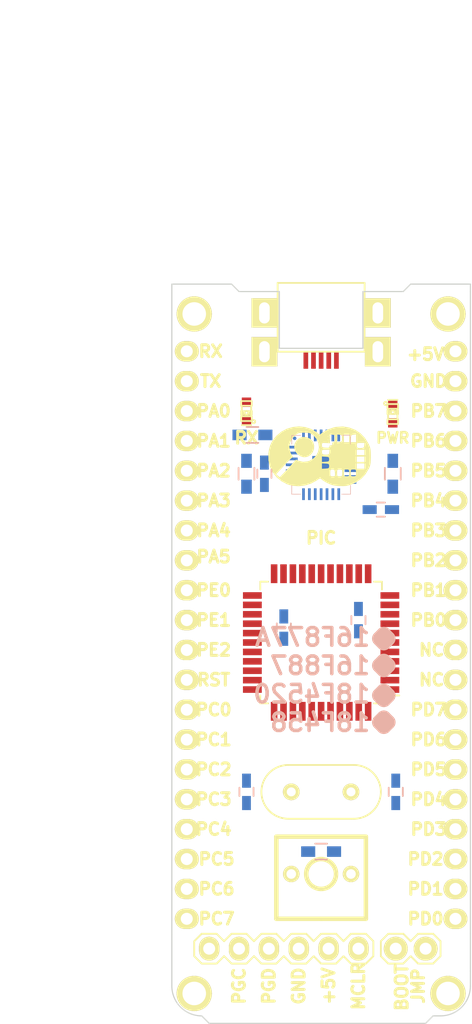
<source format=kicad_pcb>
(kicad_pcb (version 4) (host pcbnew "(2015-01-16 BZR 5376)-product")

  (general
    (links 81)
    (no_connects 81)
    (area 126.949999 84.404999 152.450001 147.370001)
    (thickness 1.6)
    (drawings 88)
    (tracks 0)
    (zones 0)
    (modules 28)
    (nets 75)
  )

  (page A3)
  (layers
    (0 F.Cu signal)
    (31 B.Cu signal)
    (32 B.Adhes user)
    (33 F.Adhes user)
    (34 B.Paste user)
    (35 F.Paste user)
    (36 B.SilkS user)
    (37 F.SilkS user)
    (38 B.Mask user)
    (39 F.Mask user)
    (40 Dwgs.User user)
    (41 Cmts.User user)
    (42 Eco1.User user)
    (43 Eco2.User user)
    (44 Edge.Cuts user)
  )

  (setup
    (last_trace_width 0.254)
    (user_trace_width 0.381)
    (user_trace_width 0.4572)
    (user_trace_width 0.508)
    (user_trace_width 0.635)
    (user_trace_width 0.762)
    (user_trace_width 0.889)
    (user_trace_width 1.016)
    (user_trace_width 1.143)
    (user_trace_width 1.27)
    (trace_clearance 0.254)
    (zone_clearance 0.508)
    (zone_45_only no)
    (trace_min 0.254)
    (segment_width 0.2)
    (edge_width 0.1)
    (via_size 0.889)
    (via_drill 0.635)
    (via_min_size 0.889)
    (via_min_drill 0.508)
    (user_via 1.27 0.8001)
    (uvia_size 0.508)
    (uvia_drill 0.127)
    (uvias_allowed no)
    (uvia_min_size 0.508)
    (uvia_min_drill 0.127)
    (pcb_text_width 0.3)
    (pcb_text_size 1.5 1.5)
    (mod_edge_width 0.15)
    (mod_text_size 1 1)
    (mod_text_width 0.15)
    (pad_size 3 3)
    (pad_drill 2)
    (pad_to_mask_clearance 0)
    (aux_axis_origin 0 0)
    (visible_elements 7FFEF7FF)
    (pcbplotparams
      (layerselection 0x00030_80000001)
      (usegerberextensions true)
      (excludeedgelayer true)
      (linewidth 0.150000)
      (plotframeref false)
      (viasonmask false)
      (mode 1)
      (useauxorigin false)
      (hpglpennumber 1)
      (hpglpenspeed 20)
      (hpglpendiameter 15)
      (hpglpenoverlay 2)
      (psnegative false)
      (psa4output false)
      (plotreference true)
      (plotvalue true)
      (plotinvisibletext false)
      (padsonsilk false)
      (subtractmaskfromsilk false)
      (outputformat 1)
      (mirror false)
      (drillshape 0)
      (scaleselection 1)
      (outputdirectory ""))
  )

  (net 0 "")
  (net 1 /+5V)
  (net 2 /D6/PGC)
  (net 3 /D7/PGD)
  (net 4 /MCLR)
  (net 5 /RX)
  (net 6 /TX)
  (net 7 GND)
  (net 8 "Net-(C1-Pad2)")
  (net 9 "Net-(C2-Pad2)")
  (net 10 "Net-(D1-Pad1)")
  (net 11 "Net-(D3-Pad2)")
  (net 12 "Net-(P1-Pad3)")
  (net 13 "Net-(P1-Pad4)")
  (net 14 "Net-(P1-Pad5)")
  (net 15 "Net-(P1-Pad6)")
  (net 16 "Net-(P1-Pad7)")
  (net 17 "Net-(P1-Pad8)")
  (net 18 /RST)
  (net 19 /RE2)
  (net 20 "Net-(P2-Pad1)")
  (net 21 "Net-(P2-Pad2)")
  (net 22 "Net-(P2-Pad3)")
  (net 23 "Net-(P2-Pad4)")
  (net 24 "Net-(P2-Pad5)")
  (net 25 "Net-(P2-Pad6)")
  (net 26 "Net-(P2-Pad7)")
  (net 27 "Net-(P2-Pad8)")
  (net 28 "Net-(P3-Pad5)")
  (net 29 "Net-(P3-Pad6)")
  (net 30 "Net-(P3-Pad7)")
  (net 31 "Net-(P3-Pad8)")
  (net 32 "Net-(P3-Pad9)")
  (net 33 "Net-(P3-Pad10)")
  (net 34 "Net-(P4-Pad1)")
  (net 35 "Net-(P4-Pad2)")
  (net 36 "Net-(P4-Pad3)")
  (net 37 "Net-(P4-Pad4)")
  (net 38 "Net-(P4-Pad5)")
  (net 39 "Net-(P4-Pad6)")
  (net 40 "Net-(P4-Pad7)")
  (net 41 "Net-(P4-Pad8)")
  (net 42 "Net-(P4-Pad9)")
  (net 43 "Net-(P4-Pad10)")
  (net 44 "Net-(P6-Pad6)")
  (net 45 "Net-(U***1-Pad12)")
  (net 46 "Net-(U***1-Pad13)")
  (net 47 "Net-(U***1-Pad33)")
  (net 48 "Net-(U***1-Pad34)")
  (net 49 "Net-(C6-Pad2)")
  (net 50 "Net-(CON1-Pad2)")
  (net 51 "Net-(JP1-Pad1)")
  (net 52 "Net-(R4-Pad2)")
  (net 53 "Net-(CON1-Pad3)")
  (net 54 "Net-(U1-Pad2)")
  (net 55 "Net-(U1-Pad1)")
  (net 56 "Net-(U1-Pad27)")
  (net 57 "Net-(U1-Pad24)")
  (net 58 "Net-(U1-Pad23)")
  (net 59 "Net-(U1-Pad22)")
  (net 60 "Net-(U1-Pad21)")
  (net 61 "Net-(U1-Pad20)")
  (net 62 "Net-(U1-Pad18)")
  (net 63 "Net-(U1-Pad17)")
  (net 64 "Net-(U1-Pad16)")
  (net 65 "Net-(U1-Pad15)")
  (net 66 "Net-(U1-Pad14)")
  (net 67 "Net-(U1-Pad13)")
  (net 68 "Net-(U1-Pad12)")
  (net 69 "Net-(U1-Pad11)")
  (net 70 "Net-(U1-Pad10)")
  (net 71 "Net-(U1-Pad9)")
  (net 72 "Net-(P8-Pad1)")
  (net 73 "Net-(P9-Pad1)")
  (net 74 "Net-(P10-Pad1)")

  (net_class Default "This is the default net class."
    (clearance 0.254)
    (trace_width 0.254)
    (via_dia 0.889)
    (via_drill 0.635)
    (uvia_dia 0.508)
    (uvia_drill 0.127)
    (add_net /+5V)
    (add_net /D6/PGC)
    (add_net /D7/PGD)
    (add_net /MCLR)
    (add_net /RE2)
    (add_net /RST)
    (add_net /RX)
    (add_net /TX)
    (add_net GND)
    (add_net "Net-(C1-Pad2)")
    (add_net "Net-(C2-Pad2)")
    (add_net "Net-(C6-Pad2)")
    (add_net "Net-(CON1-Pad2)")
    (add_net "Net-(CON1-Pad3)")
    (add_net "Net-(D1-Pad1)")
    (add_net "Net-(D3-Pad2)")
    (add_net "Net-(JP1-Pad1)")
    (add_net "Net-(P1-Pad3)")
    (add_net "Net-(P1-Pad4)")
    (add_net "Net-(P1-Pad5)")
    (add_net "Net-(P1-Pad6)")
    (add_net "Net-(P1-Pad7)")
    (add_net "Net-(P1-Pad8)")
    (add_net "Net-(P10-Pad1)")
    (add_net "Net-(P2-Pad1)")
    (add_net "Net-(P2-Pad2)")
    (add_net "Net-(P2-Pad3)")
    (add_net "Net-(P2-Pad4)")
    (add_net "Net-(P2-Pad5)")
    (add_net "Net-(P2-Pad6)")
    (add_net "Net-(P2-Pad7)")
    (add_net "Net-(P2-Pad8)")
    (add_net "Net-(P3-Pad10)")
    (add_net "Net-(P3-Pad5)")
    (add_net "Net-(P3-Pad6)")
    (add_net "Net-(P3-Pad7)")
    (add_net "Net-(P3-Pad8)")
    (add_net "Net-(P3-Pad9)")
    (add_net "Net-(P4-Pad1)")
    (add_net "Net-(P4-Pad10)")
    (add_net "Net-(P4-Pad2)")
    (add_net "Net-(P4-Pad3)")
    (add_net "Net-(P4-Pad4)")
    (add_net "Net-(P4-Pad5)")
    (add_net "Net-(P4-Pad6)")
    (add_net "Net-(P4-Pad7)")
    (add_net "Net-(P4-Pad8)")
    (add_net "Net-(P4-Pad9)")
    (add_net "Net-(P5-Pad1)")
    (add_net "Net-(P6-Pad6)")
    (add_net "Net-(P8-Pad1)")
    (add_net "Net-(P9-Pad1)")
    (add_net "Net-(R4-Pad2)")
    (add_net "Net-(U***1-Pad12)")
    (add_net "Net-(U***1-Pad13)")
    (add_net "Net-(U***1-Pad33)")
    (add_net "Net-(U***1-Pad34)")
    (add_net "Net-(U1-Pad1)")
    (add_net "Net-(U1-Pad10)")
    (add_net "Net-(U1-Pad11)")
    (add_net "Net-(U1-Pad12)")
    (add_net "Net-(U1-Pad13)")
    (add_net "Net-(U1-Pad14)")
    (add_net "Net-(U1-Pad15)")
    (add_net "Net-(U1-Pad16)")
    (add_net "Net-(U1-Pad17)")
    (add_net "Net-(U1-Pad18)")
    (add_net "Net-(U1-Pad2)")
    (add_net "Net-(U1-Pad20)")
    (add_net "Net-(U1-Pad21)")
    (add_net "Net-(U1-Pad22)")
    (add_net "Net-(U1-Pad23)")
    (add_net "Net-(U1-Pad24)")
    (add_net "Net-(U1-Pad27)")
    (add_net "Net-(U1-Pad9)")
  )

  (module Pin_Headers:Pin_Header_Straight_1x02 (layer F.Cu) (tedit 579B6668) (tstamp 579B56B4)
    (at 146.05 140.97 90)
    (descr "Through hole pin header")
    (tags "pin header")
    (path /579B6DCE)
    (fp_text reference JP1 (at 0 -5.1 90) (layer F.SilkS) hide
      (effects (font (size 1 1) (thickness 0.15)))
    )
    (fp_text value JUMPER (at 0 -3.1 90) (layer F.Fab)
      (effects (font (size 1 1) (thickness 0.15)))
    )
    (fp_line (start -0.635 3.81) (end 0.635 3.81) (layer F.SilkS) (width 0.15))
    (fp_line (start 0.635 3.81) (end 1.27 3.175) (layer F.SilkS) (width 0.15))
    (fp_line (start 1.27 3.175) (end 1.27 1.905) (layer F.SilkS) (width 0.15))
    (fp_line (start 1.27 1.905) (end 0.635 1.27) (layer F.SilkS) (width 0.15))
    (fp_line (start 0.635 1.27) (end 1.27 0.635) (layer F.SilkS) (width 0.15))
    (fp_line (start 1.27 0.635) (end 1.27 -0.635) (layer F.SilkS) (width 0.15))
    (fp_line (start 1.27 -0.635) (end 0.635 -1.27) (layer F.SilkS) (width 0.15))
    (fp_line (start 0.635 -1.27) (end -0.635 -1.27) (layer F.SilkS) (width 0.15))
    (fp_line (start -0.635 -1.27) (end -1.27 -0.635) (layer F.SilkS) (width 0.15))
    (fp_line (start -1.27 -0.635) (end -1.27 0.635) (layer F.SilkS) (width 0.15))
    (fp_line (start -1.27 0.635) (end -0.635 1.27) (layer F.SilkS) (width 0.15))
    (fp_line (start -0.635 1.27) (end -1.27 1.905) (layer F.SilkS) (width 0.15))
    (fp_line (start -1.27 1.905) (end -1.27 3.175) (layer F.SilkS) (width 0.15))
    (fp_line (start -1.27 3.175) (end -0.635 3.81) (layer F.SilkS) (width 0.15))
    (pad 1 thru_hole oval (at 0 0 90) (size 2.032 2.032) (drill 1.016) (layers *.Cu *.Mask F.SilkS)
      (net 51 "Net-(JP1-Pad1)"))
    (pad 2 thru_hole oval (at 0 2.54 90) (size 2.032 2.032) (drill 1.016) (layers *.Cu *.Mask F.SilkS)
      (net 4 /MCLR))
    (model Pin_Headers.3dshapes/Pin_Header_Straight_1x02.wrl
      (at (xyz 0 -0.05 0))
      (scale (xyz 1 1 1))
      (rotate (xyz 0 0 90))
    )
  )

  (module Connect:1pin (layer F.Cu) (tedit 579C3547) (tstamp 579B5DC9)
    (at 150.495 86.995)
    (descr "module 1 pin (ou trou mecanique de percage)")
    (tags DEV)
    (path /579B832C)
    (fp_text reference P5 (at 0 -3.048) (layer F.SilkS) hide
      (effects (font (size 1 1) (thickness 0.15)))
    )
    (fp_text value CONN_01X01 (at 0 2.794) (layer F.Fab)
      (effects (font (size 1 1) (thickness 0.15)))
    )
    (pad "" np_thru_hole circle (at 0 0) (size 3 3) (drill 2) (layers *.Cu *.Mask F.SilkS))
  )

  (module Connect:1pin (layer F.Cu) (tedit 579B5ED8) (tstamp 579B5DDB)
    (at 128.905 86.995)
    (descr "module 1 pin (ou trou mecanique de percage)")
    (tags DEV)
    (path /579B83F6)
    (fp_text reference P10 (at 0 -3.048) (layer F.SilkS) hide
      (effects (font (size 1 1) (thickness 0.15)))
    )
    (fp_text value CONN_01X01 (at 0 2.794) (layer F.Fab)
      (effects (font (size 1 1) (thickness 0.15)))
    )
    (pad 1 thru_hole circle (at 0 0) (size 3 3) (drill 2) (layers *.Cu *.Mask F.SilkS)
      (net 74 "Net-(P10-Pad1)"))
  )

  (module Connect:1pin (layer F.Cu) (tedit 579B5EE7) (tstamp 579B5DD5)
    (at 150.495 144.78)
    (descr "module 1 pin (ou trou mecanique de percage)")
    (tags DEV)
    (path /579B836D)
    (fp_text reference P9 (at 0 -3.048) (layer F.SilkS) hide
      (effects (font (size 1 1) (thickness 0.15)))
    )
    (fp_text value CONN_01X01 (at 0 2.794) (layer F.Fab)
      (effects (font (size 1 1) (thickness 0.15)))
    )
    (pad 1 thru_hole circle (at 0 0) (size 3 3) (drill 2) (layers *.Cu *.Mask F.SilkS)
      (net 73 "Net-(P9-Pad1)"))
  )

  (module Connect:1pin (layer F.Cu) (tedit 579B5EE2) (tstamp 579B5DCF)
    (at 128.905 144.78)
    (descr "module 1 pin (ou trou mecanique de percage)")
    (tags DEV)
    (path /579B83AF)
    (fp_text reference P8 (at 0 -3.048) (layer F.SilkS) hide
      (effects (font (size 1 1) (thickness 0.15)))
    )
    (fp_text value CONN_01X01 (at 0 2.794) (layer F.Fab)
      (effects (font (size 1 1) (thickness 0.15)))
    )
    (pad 1 thru_hole circle (at 0 0) (size 3 3) (drill 2) (layers *.Cu *.Mask F.SilkS)
      (net 72 "Net-(P8-Pad1)"))
  )

  (module Pin_Headers:Pin_Header_Straight_1x06 (layer F.Cu) (tedit 5799A8BC) (tstamp 5799A671)
    (at 142.875 140.97 270)
    (descr "Through hole pin header")
    (tags "pin header")
    (path /54F6C620)
    (fp_text reference P6 (at 0 -5.1 270) (layer F.SilkS) hide
      (effects (font (size 1 1) (thickness 0.15)))
    )
    (fp_text value ICSP (at 0 -3.1 270) (layer F.SilkS) hide
      (effects (font (size 1 1) (thickness 0.15)))
    )
    (fp_line (start 1.27 0.635) (end 1.27 -0.635) (layer F.SilkS) (width 0.15))
    (fp_line (start 1.27 -0.635) (end 0.635 -1.27) (layer F.SilkS) (width 0.15))
    (fp_line (start 0.635 -1.27) (end -0.635 -1.27) (layer F.SilkS) (width 0.15))
    (fp_line (start -0.635 -1.27) (end -1.27 -0.635) (layer F.SilkS) (width 0.15))
    (fp_line (start -1.27 -0.635) (end -1.27 0.635) (layer F.SilkS) (width 0.15))
    (fp_line (start -1.27 0.635) (end -0.635 1.27) (layer F.SilkS) (width 0.15))
    (fp_line (start -0.635 1.27) (end -1.27 1.905) (layer F.SilkS) (width 0.15))
    (fp_line (start -1.27 1.905) (end -1.27 3.175) (layer F.SilkS) (width 0.15))
    (fp_line (start -1.27 3.175) (end -0.635 3.81) (layer F.SilkS) (width 0.15))
    (fp_line (start -0.635 3.81) (end -1.27 4.445) (layer F.SilkS) (width 0.15))
    (fp_line (start -1.27 4.445) (end -1.27 5.715) (layer F.SilkS) (width 0.15))
    (fp_line (start -1.27 5.715) (end -0.635 6.35) (layer F.SilkS) (width 0.15))
    (fp_line (start -0.635 6.35) (end -1.27 6.985) (layer F.SilkS) (width 0.15))
    (fp_line (start -1.27 6.985) (end -1.27 8.255) (layer F.SilkS) (width 0.15))
    (fp_line (start -1.27 8.255) (end -0.635 8.89) (layer F.SilkS) (width 0.15))
    (fp_line (start -0.635 8.89) (end -1.27 9.525) (layer F.SilkS) (width 0.15))
    (fp_line (start -1.27 9.525) (end -1.27 10.795) (layer F.SilkS) (width 0.15))
    (fp_line (start -1.27 10.795) (end -0.635 11.43) (layer F.SilkS) (width 0.15))
    (fp_line (start -0.635 11.43) (end -1.27 12.065) (layer F.SilkS) (width 0.15))
    (fp_line (start -1.27 12.065) (end -1.27 13.335) (layer F.SilkS) (width 0.15))
    (fp_line (start -1.27 13.335) (end -0.635 13.97) (layer F.SilkS) (width 0.15))
    (fp_line (start -0.635 13.97) (end 0.635 13.97) (layer F.SilkS) (width 0.15))
    (fp_line (start 0.635 13.97) (end 1.27 13.335) (layer F.SilkS) (width 0.15))
    (fp_line (start 1.27 13.335) (end 1.27 12.065) (layer F.SilkS) (width 0.15))
    (fp_line (start 1.27 12.065) (end 0.635 11.43) (layer F.SilkS) (width 0.15))
    (fp_line (start 0.635 11.43) (end 1.27 10.795) (layer F.SilkS) (width 0.15))
    (fp_line (start 1.27 10.795) (end 1.27 9.525) (layer F.SilkS) (width 0.15))
    (fp_line (start 1.27 9.525) (end 0.635 8.89) (layer F.SilkS) (width 0.15))
    (fp_line (start 0.635 8.89) (end 1.27 8.255) (layer F.SilkS) (width 0.15))
    (fp_line (start 1.27 8.255) (end 1.27 6.985) (layer F.SilkS) (width 0.15))
    (fp_line (start 1.27 6.985) (end 0.635 6.35) (layer F.SilkS) (width 0.15))
    (fp_line (start 0.635 6.35) (end 1.27 5.715) (layer F.SilkS) (width 0.15))
    (fp_line (start 1.27 5.715) (end 1.27 4.445) (layer F.SilkS) (width 0.15))
    (fp_line (start 1.27 4.445) (end 0.635 3.81) (layer F.SilkS) (width 0.15))
    (fp_line (start 0.635 3.81) (end 1.27 3.175) (layer F.SilkS) (width 0.15))
    (fp_line (start 1.27 3.175) (end 1.27 1.905) (layer F.SilkS) (width 0.15))
    (fp_line (start 1.27 1.905) (end 0.635 1.27) (layer F.SilkS) (width 0.15))
    (fp_line (start 0.635 1.27) (end 1.27 0.635) (layer F.SilkS) (width 0.15))
    (pad 1 thru_hole oval (at 0 0 270) (size 2.032 1.7272) (drill 1.016) (layers *.Cu *.Mask F.SilkS)
      (net 4 /MCLR))
    (pad 2 thru_hole oval (at 0 2.54 270) (size 2.032 1.7272) (drill 1.016) (layers *.Cu *.Mask F.SilkS)
      (net 1 /+5V))
    (pad 3 thru_hole oval (at 0 5.08 270) (size 2.032 1.7272) (drill 1.016) (layers *.Cu *.Mask F.SilkS)
      (net 7 GND))
    (pad 4 thru_hole oval (at 0 7.62 270) (size 2.032 1.7272) (drill 1.016) (layers *.Cu *.Mask F.SilkS)
      (net 3 /D7/PGD))
    (pad 5 thru_hole oval (at 0 10.16 270) (size 2.032 1.7272) (drill 1.016) (layers *.Cu *.Mask F.SilkS)
      (net 2 /D6/PGC))
    (pad 6 thru_hole oval (at 0 12.7 270) (size 2.032 1.7272) (drill 1.016) (layers *.Cu *.Mask F.SilkS)
      (net 44 "Net-(P6-Pad6)"))
    (model Pin_Headers.3dshapes/Pin_Header_Straight_1x06.wrl
      (at (xyz 0 -0.25 0))
      (scale (xyz 1 1 1))
      (rotate (xyz 0 0 90))
    )
  )

  (module Pin_Headers:Pin_Header_Straight_1x10 (layer F.Cu) (tedit 5799A867) (tstamp 5799A644)
    (at 151.13 115.57)
    (descr "Through hole pin header")
    (tags "pin header")
    (path /5799B52E)
    (fp_text reference P4 (at 0 -5.1) (layer F.SilkS) hide
      (effects (font (size 1 1) (thickness 0.15)))
    )
    (fp_text value CONN_10 (at 0 -3.1) (layer F.SilkS) hide
      (effects (font (size 1 1) (thickness 0.15)))
    )
    (pad 1 thru_hole oval (at 0 0) (size 2.032 1.7272) (drill 1.016) (layers *.Cu *.Mask F.SilkS)
      (net 34 "Net-(P4-Pad1)"))
    (pad 2 thru_hole oval (at 0 2.54) (size 2.032 1.7272) (drill 1.016) (layers *.Cu *.Mask F.SilkS)
      (net 35 "Net-(P4-Pad2)"))
    (pad 3 thru_hole oval (at 0 5.08) (size 2.032 1.7272) (drill 1.016) (layers *.Cu *.Mask F.SilkS)
      (net 36 "Net-(P4-Pad3)"))
    (pad 4 thru_hole oval (at 0 7.62) (size 2.032 1.7272) (drill 1.016) (layers *.Cu *.Mask F.SilkS)
      (net 37 "Net-(P4-Pad4)"))
    (pad 5 thru_hole oval (at 0 10.16) (size 2.032 1.7272) (drill 1.016) (layers *.Cu *.Mask F.SilkS)
      (net 38 "Net-(P4-Pad5)"))
    (pad 6 thru_hole oval (at 0 12.7) (size 2.032 1.7272) (drill 1.016) (layers *.Cu *.Mask F.SilkS)
      (net 39 "Net-(P4-Pad6)"))
    (pad 7 thru_hole oval (at 0 15.24) (size 2.032 1.7272) (drill 1.016) (layers *.Cu *.Mask F.SilkS)
      (net 40 "Net-(P4-Pad7)"))
    (pad 8 thru_hole oval (at 0 17.78) (size 2.032 1.7272) (drill 1.016) (layers *.Cu *.Mask F.SilkS)
      (net 41 "Net-(P4-Pad8)"))
    (pad 9 thru_hole oval (at 0 20.32) (size 2.032 1.7272) (drill 1.016) (layers *.Cu *.Mask F.SilkS)
      (net 42 "Net-(P4-Pad9)"))
    (pad 10 thru_hole oval (at 0 22.86) (size 2.032 1.7272) (drill 1.016) (layers *.Cu *.Mask F.SilkS)
      (net 43 "Net-(P4-Pad10)"))
    (model Pin_Headers.3dshapes/Pin_Header_Straight_1x10.wrl
      (at (xyz 0 -0.45 0))
      (scale (xyz 1 1 1))
      (rotate (xyz 0 0 90))
    )
  )

  (module Pin_Headers:Pin_Header_Straight_1x10 (layer F.Cu) (tedit 5799BB2C) (tstamp 5799A5FC)
    (at 128.27 138.43 180)
    (descr "Through hole pin header")
    (tags "pin header")
    (path /57998C11)
    (fp_text reference P1 (at -4.572 0 180) (layer F.SilkS) hide
      (effects (font (size 1 1) (thickness 0.15)))
    )
    (fp_text value CONN_10 (at 0 -3.1 180) (layer F.SilkS) hide
      (effects (font (size 1 1) (thickness 0.15)))
    )
    (pad 1 thru_hole oval (at 0 0 180) (size 2.032 1.7272) (drill 1.016) (layers *.Cu *.Mask F.SilkS)
      (net 5 /RX))
    (pad 2 thru_hole oval (at 0 2.54 180) (size 2.032 1.7272) (drill 1.016) (layers *.Cu *.Mask F.SilkS)
      (net 6 /TX))
    (pad 3 thru_hole oval (at 0 5.08 180) (size 2.032 1.7272) (drill 1.016) (layers *.Cu *.Mask F.SilkS)
      (net 12 "Net-(P1-Pad3)"))
    (pad 4 thru_hole oval (at 0 7.62 180) (size 2.032 1.7272) (drill 1.016) (layers *.Cu *.Mask F.SilkS)
      (net 13 "Net-(P1-Pad4)"))
    (pad 5 thru_hole oval (at 0 10.16 180) (size 2.032 1.7272) (drill 1.016) (layers *.Cu *.Mask F.SilkS)
      (net 14 "Net-(P1-Pad5)"))
    (pad 6 thru_hole oval (at 0 12.7 180) (size 2.032 1.7272) (drill 1.016) (layers *.Cu *.Mask F.SilkS)
      (net 15 "Net-(P1-Pad6)"))
    (pad 7 thru_hole oval (at 0 15.24 180) (size 2.032 1.7272) (drill 1.016) (layers *.Cu *.Mask F.SilkS)
      (net 16 "Net-(P1-Pad7)"))
    (pad 8 thru_hole oval (at 0 17.78 180) (size 2.032 1.7272) (drill 1.016) (layers *.Cu *.Mask F.SilkS)
      (net 17 "Net-(P1-Pad8)"))
    (pad 9 thru_hole oval (at 0 20.32 180) (size 2.032 1.7272) (drill 1.016) (layers *.Cu *.Mask F.SilkS)
      (net 18 /RST))
    (pad 10 thru_hole oval (at 0 22.86 180) (size 2.032 1.7272) (drill 1.016) (layers *.Cu *.Mask F.SilkS)
      (net 19 /RE2))
    (model Pin_Headers.3dshapes/Pin_Header_Straight_1x10.wrl
      (at (xyz 0 -0.45 0))
      (scale (xyz 1 1 1))
      (rotate (xyz 0 0 90))
    )
  )

  (module Pin_Headers:Pin_Header_Straight_1x10 (layer F.Cu) (tedit 5799BB32) (tstamp 5799A62C)
    (at 151.13 90.17)
    (descr "Through hole pin header")
    (tags "pin header")
    (path /5799BB4E)
    (fp_text reference P3 (at -2.794 -1.016) (layer F.SilkS) hide
      (effects (font (size 1 1) (thickness 0.15)))
    )
    (fp_text value CONN_10 (at 0 -3.1) (layer F.SilkS) hide
      (effects (font (size 1 1) (thickness 0.15)))
    )
    (pad 1 thru_hole oval (at 0 0) (size 2.032 1.7272) (drill 1.016) (layers *.Cu *.Mask F.SilkS)
      (net 1 /+5V))
    (pad 2 thru_hole oval (at 0 2.54) (size 2.032 1.7272) (drill 1.016) (layers *.Cu *.Mask F.SilkS)
      (net 7 GND))
    (pad 3 thru_hole oval (at 0 5.08) (size 2.032 1.7272) (drill 1.016) (layers *.Cu *.Mask F.SilkS)
      (net 3 /D7/PGD))
    (pad 4 thru_hole oval (at 0 7.62) (size 2.032 1.7272) (drill 1.016) (layers *.Cu *.Mask F.SilkS)
      (net 2 /D6/PGC))
    (pad 5 thru_hole oval (at 0 10.16) (size 2.032 1.7272) (drill 1.016) (layers *.Cu *.Mask F.SilkS)
      (net 28 "Net-(P3-Pad5)"))
    (pad 6 thru_hole oval (at 0 12.7) (size 2.032 1.7272) (drill 1.016) (layers *.Cu *.Mask F.SilkS)
      (net 29 "Net-(P3-Pad6)"))
    (pad 7 thru_hole oval (at 0 15.24) (size 2.032 1.7272) (drill 1.016) (layers *.Cu *.Mask F.SilkS)
      (net 30 "Net-(P3-Pad7)"))
    (pad 8 thru_hole oval (at 0 17.78) (size 2.032 1.7272) (drill 1.016) (layers *.Cu *.Mask F.SilkS)
      (net 31 "Net-(P3-Pad8)"))
    (pad 9 thru_hole oval (at 0 20.32) (size 2.032 1.7272) (drill 1.016) (layers *.Cu *.Mask F.SilkS)
      (net 32 "Net-(P3-Pad9)"))
    (pad 10 thru_hole oval (at 0 22.86) (size 2.032 1.7272) (drill 1.016) (layers *.Cu *.Mask F.SilkS)
      (net 33 "Net-(P3-Pad10)"))
    (model Pin_Headers.3dshapes/Pin_Header_Straight_1x10.wrl
      (at (xyz 0 -0.45 0))
      (scale (xyz 1 1 1))
      (rotate (xyz 0 0 90))
    )
  )

  (module Pin_Headers:Pin_Header_Straight_1x10 (layer F.Cu) (tedit 5799A7FF) (tstamp 5799A614)
    (at 128.27 113.03 180)
    (descr "Through hole pin header")
    (tags "pin header")
    (path /5798E6FC)
    (fp_text reference P2 (at 0 -5.1 180) (layer F.SilkS) hide
      (effects (font (size 1 1) (thickness 0.15)))
    )
    (fp_text value CONN_10 (at 0 -3.1 180) (layer F.SilkS) hide
      (effects (font (size 1 1) (thickness 0.15)))
    )
    (pad 1 thru_hole oval (at 0 0 180) (size 2.032 1.7272) (drill 1.016) (layers *.Cu *.Mask F.SilkS)
      (net 20 "Net-(P2-Pad1)"))
    (pad 2 thru_hole oval (at 0 2.54 180) (size 2.032 1.7272) (drill 1.016) (layers *.Cu *.Mask F.SilkS)
      (net 21 "Net-(P2-Pad2)"))
    (pad 3 thru_hole oval (at 0 5.08 180) (size 2.032 1.7272) (drill 1.016) (layers *.Cu *.Mask F.SilkS)
      (net 22 "Net-(P2-Pad3)"))
    (pad 4 thru_hole oval (at 0 7.62 180) (size 2.032 1.7272) (drill 1.016) (layers *.Cu *.Mask F.SilkS)
      (net 23 "Net-(P2-Pad4)"))
    (pad 5 thru_hole oval (at 0 10.16 180) (size 2.032 1.7272) (drill 1.016) (layers *.Cu *.Mask F.SilkS)
      (net 24 "Net-(P2-Pad5)"))
    (pad 6 thru_hole oval (at 0 12.7 180) (size 2.032 1.7272) (drill 1.016) (layers *.Cu *.Mask F.SilkS)
      (net 25 "Net-(P2-Pad6)"))
    (pad 7 thru_hole oval (at 0 15.24 180) (size 2.032 1.7272) (drill 1.016) (layers *.Cu *.Mask F.SilkS)
      (net 26 "Net-(P2-Pad7)"))
    (pad 8 thru_hole oval (at 0 17.78 180) (size 2.032 1.7272) (drill 1.016) (layers *.Cu *.Mask F.SilkS)
      (net 27 "Net-(P2-Pad8)"))
    (pad 9 thru_hole oval (at 0 20.32 180) (size 2.032 1.7272) (drill 1.016) (layers *.Cu *.Mask F.SilkS)
      (net 6 /TX))
    (pad 10 thru_hole oval (at 0 22.86 180) (size 2.032 1.7272) (drill 1.016) (layers *.Cu *.Mask F.SilkS)
      (net 5 /RX))
    (model Pin_Headers.3dshapes/Pin_Header_Straight_1x10.wrl
      (at (xyz 0 -0.45 0))
      (scale (xyz 1 1 1))
      (rotate (xyz 0 0 90))
    )
  )

  (module Capacitors_SMD:C_0603_HandSoldering (layer B.Cu) (tedit 5799A74D) (tstamp 5799A596)
    (at 146.05 127.635 270)
    (descr "Capacitor SMD 0603, hand soldering")
    (tags "capacitor 0603")
    (path /57999440)
    (attr smd)
    (fp_text reference C1 (at 0 1.9 270) (layer B.SilkS) hide
      (effects (font (size 1 1) (thickness 0.15)) (justify mirror))
    )
    (fp_text value 22pF (at 0 -1.9 270) (layer B.SilkS) hide
      (effects (font (size 1 1) (thickness 0.15)) (justify mirror))
    )
    (fp_line (start -1.85 0.75) (end 1.85 0.75) (layer B.CrtYd) (width 0.05))
    (fp_line (start -1.85 -0.75) (end 1.85 -0.75) (layer B.CrtYd) (width 0.05))
    (fp_line (start -1.85 0.75) (end -1.85 -0.75) (layer B.CrtYd) (width 0.05))
    (fp_line (start 1.85 0.75) (end 1.85 -0.75) (layer B.CrtYd) (width 0.05))
    (fp_line (start -0.35 0.6) (end 0.35 0.6) (layer B.SilkS) (width 0.15))
    (fp_line (start 0.35 -0.6) (end -0.35 -0.6) (layer B.SilkS) (width 0.15))
    (pad 1 smd rect (at -0.95 0 270) (size 1.2 0.75) (layers B.Cu B.Paste B.Mask)
      (net 7 GND))
    (pad 2 smd rect (at 0.95 0 270) (size 1.2 0.75) (layers B.Cu B.Paste B.Mask)
      (net 8 "Net-(C1-Pad2)"))
    (model Capacitors_SMD.3dshapes/C_0603_HandSoldering.wrl
      (at (xyz 0 0 0))
      (scale (xyz 1 1 1))
      (rotate (xyz 0 0 0))
    )
  )

  (module Capacitors_SMD:C_0603_HandSoldering (layer B.Cu) (tedit 5799A752) (tstamp 5799A5A1)
    (at 133.35 127.635 270)
    (descr "Capacitor SMD 0603, hand soldering")
    (tags "capacitor 0603")
    (path /5799965E)
    (attr smd)
    (fp_text reference C2 (at 0 1.9 270) (layer B.SilkS) hide
      (effects (font (size 1 1) (thickness 0.15)) (justify mirror))
    )
    (fp_text value 22pF (at 0 -1.9 270) (layer B.SilkS) hide
      (effects (font (size 1 1) (thickness 0.15)) (justify mirror))
    )
    (fp_line (start -1.85 0.75) (end 1.85 0.75) (layer B.CrtYd) (width 0.05))
    (fp_line (start -1.85 -0.75) (end 1.85 -0.75) (layer B.CrtYd) (width 0.05))
    (fp_line (start -1.85 0.75) (end -1.85 -0.75) (layer B.CrtYd) (width 0.05))
    (fp_line (start 1.85 0.75) (end 1.85 -0.75) (layer B.CrtYd) (width 0.05))
    (fp_line (start -0.35 0.6) (end 0.35 0.6) (layer B.SilkS) (width 0.15))
    (fp_line (start 0.35 -0.6) (end -0.35 -0.6) (layer B.SilkS) (width 0.15))
    (pad 1 smd rect (at -0.95 0 270) (size 1.2 0.75) (layers B.Cu B.Paste B.Mask)
      (net 7 GND))
    (pad 2 smd rect (at 0.95 0 270) (size 1.2 0.75) (layers B.Cu B.Paste B.Mask)
      (net 9 "Net-(C2-Pad2)"))
    (model Capacitors_SMD.3dshapes/C_0603_HandSoldering.wrl
      (at (xyz 0 0 0))
      (scale (xyz 1 1 1))
      (rotate (xyz 0 0 0))
    )
  )

  (module Capacitors_SMD:C_0603_HandSoldering (layer B.Cu) (tedit 5799A799) (tstamp 5799A5AC)
    (at 142.875 113.03 270)
    (descr "Capacitor SMD 0603, hand soldering")
    (tags "capacitor 0603")
    (path /5799D9AC)
    (attr smd)
    (fp_text reference C3 (at 0 1.9 270) (layer B.SilkS) hide
      (effects (font (size 1 1) (thickness 0.15)) (justify mirror))
    )
    (fp_text value 0.1uF (at 0 -1.9 270) (layer F.SilkS) hide
      (effects (font (size 1 1) (thickness 0.15)))
    )
    (fp_line (start -1.85 0.75) (end 1.85 0.75) (layer B.CrtYd) (width 0.05))
    (fp_line (start -1.85 -0.75) (end 1.85 -0.75) (layer B.CrtYd) (width 0.05))
    (fp_line (start -1.85 0.75) (end -1.85 -0.75) (layer B.CrtYd) (width 0.05))
    (fp_line (start 1.85 0.75) (end 1.85 -0.75) (layer B.CrtYd) (width 0.05))
    (fp_line (start -0.35 0.6) (end 0.35 0.6) (layer B.SilkS) (width 0.15))
    (fp_line (start 0.35 -0.6) (end -0.35 -0.6) (layer B.SilkS) (width 0.15))
    (pad 1 smd rect (at -0.95 0 270) (size 1.2 0.75) (layers B.Cu B.Paste B.Mask)
      (net 1 /+5V))
    (pad 2 smd rect (at 0.95 0 270) (size 1.2 0.75) (layers B.Cu B.Paste B.Mask)
      (net 7 GND))
    (model Capacitors_SMD.3dshapes/C_0603_HandSoldering.wrl
      (at (xyz 0 0 0))
      (scale (xyz 1 1 1))
      (rotate (xyz 0 0 0))
    )
  )

  (module Capacitors_SMD:C_0603_HandSoldering (layer B.Cu) (tedit 5799A7BB) (tstamp 5799A5B7)
    (at 136.525 113.665 270)
    (descr "Capacitor SMD 0603, hand soldering")
    (tags "capacitor 0603")
    (path /5799CEF2)
    (attr smd)
    (fp_text reference C4 (at 0 1.9 270) (layer B.SilkS) hide
      (effects (font (size 1 1) (thickness 0.15)) (justify mirror))
    )
    (fp_text value 0.1uF (at 0 -1.9 270) (layer F.SilkS) hide
      (effects (font (size 1 1) (thickness 0.15)))
    )
    (fp_line (start -1.85 0.75) (end 1.85 0.75) (layer B.CrtYd) (width 0.05))
    (fp_line (start -1.85 -0.75) (end 1.85 -0.75) (layer B.CrtYd) (width 0.05))
    (fp_line (start -1.85 0.75) (end -1.85 -0.75) (layer B.CrtYd) (width 0.05))
    (fp_line (start 1.85 0.75) (end 1.85 -0.75) (layer B.CrtYd) (width 0.05))
    (fp_line (start -0.35 0.6) (end 0.35 0.6) (layer B.SilkS) (width 0.15))
    (fp_line (start 0.35 -0.6) (end -0.35 -0.6) (layer B.SilkS) (width 0.15))
    (pad 1 smd rect (at -0.95 0 270) (size 1.2 0.75) (layers B.Cu B.Paste B.Mask)
      (net 1 /+5V))
    (pad 2 smd rect (at 0.95 0 270) (size 1.2 0.75) (layers B.Cu B.Paste B.Mask)
      (net 7 GND))
    (model Capacitors_SMD.3dshapes/C_0603_HandSoldering.wrl
      (at (xyz 0 0 0))
      (scale (xyz 1 1 1))
      (rotate (xyz 0 0 0))
    )
  )

  (module EE:LED-0603_NEW (layer F.Cu) (tedit 5799A772) (tstamp 5799A5C2)
    (at 145.796 95.504 90)
    (descr "LED 0603 smd package")
    (tags "LED led 0603 SMD smd SMT smt smdled SMDLED smtled SMTLED")
    (path /54F94F96)
    (attr smd)
    (fp_text reference D1 (at 0 -1.016 90) (layer F.SilkS) hide
      (effects (font (size 0.6 0.6) (thickness 0.15)))
    )
    (fp_text value LED (at -0.004144 1.514001 90) (layer F.SilkS) hide
      (effects (font (size 1 1) (thickness 0.15)))
    )
    (fp_line (start 1.2 -0.4) (end 1.2 0.4) (layer F.SilkS) (width 0.15))
    (fp_circle (center 0.9 -0.6) (end 1 -0.7) (layer F.SilkS) (width 0.15))
    (fp_line (start 0.44958 -0.44958) (end 0.44958 0.44958) (layer F.SilkS) (width 0.15))
    (fp_line (start 0.44958 0.44958) (end 0.84836 0.44958) (layer F.SilkS) (width 0.15))
    (fp_line (start 0.84836 -0.44958) (end 0.84836 0.44958) (layer F.SilkS) (width 0.15))
    (fp_line (start 0.44958 -0.44958) (end 0.84836 -0.44958) (layer F.SilkS) (width 0.15))
    (fp_line (start -0.84836 -0.44958) (end -0.84836 0.44958) (layer F.SilkS) (width 0.15))
    (fp_line (start -0.84836 0.44958) (end -0.44958 0.44958) (layer F.SilkS) (width 0.15))
    (fp_line (start -0.44958 -0.44958) (end -0.44958 0.44958) (layer F.SilkS) (width 0.15))
    (fp_line (start -0.84836 -0.44958) (end -0.44958 -0.44958) (layer F.SilkS) (width 0.15))
    (fp_line (start 0 -0.44958) (end 0 -0.29972) (layer F.SilkS) (width 0.15))
    (fp_line (start 0 -0.29972) (end 0.29972 -0.29972) (layer F.SilkS) (width 0.15))
    (fp_line (start 0.29972 -0.44958) (end 0.29972 -0.29972) (layer F.SilkS) (width 0.15))
    (fp_line (start 0 -0.44958) (end 0.29972 -0.44958) (layer F.SilkS) (width 0.15))
    (fp_line (start 0 0.29972) (end 0 0.44958) (layer F.SilkS) (width 0.15))
    (fp_line (start 0 0.44958) (end 0.29972 0.44958) (layer F.SilkS) (width 0.15))
    (fp_line (start 0.29972 0.29972) (end 0.29972 0.44958) (layer F.SilkS) (width 0.15))
    (fp_line (start 0 0.29972) (end 0.29972 0.29972) (layer F.SilkS) (width 0.15))
    (fp_line (start 0 -0.14986) (end 0 0.14986) (layer F.SilkS) (width 0.15))
    (fp_line (start 0 0.14986) (end 0.29972 0.14986) (layer F.SilkS) (width 0.15))
    (fp_line (start 0.29972 -0.14986) (end 0.29972 0.14986) (layer F.SilkS) (width 0.15))
    (fp_line (start 0 -0.14986) (end 0.29972 -0.14986) (layer F.SilkS) (width 0.15))
    (fp_line (start 0.44958 -0.39878) (end -0.44958 -0.39878) (layer F.SilkS) (width 0.15))
    (fp_line (start 0.44958 0.39878) (end -0.44958 0.39878) (layer F.SilkS) (width 0.15))
    (pad 1 smd rect (at -0.7493 0 90) (size 0.79756 0.79756) (layers F.Cu F.Paste F.Mask)
      (net 10 "Net-(D1-Pad1)"))
    (pad 2 smd rect (at 0.7493 0 90) (size 0.79756 0.79756) (layers F.Cu F.Paste F.Mask)
      (net 7 GND))
  )

  (module EE:LED-0603_NEW (layer F.Cu) (tedit 5799A776) (tstamp 5799A5DF)
    (at 133.35 95.25 270)
    (descr "LED 0603 smd package")
    (tags "LED led 0603 SMD smd SMT smt smdled SMDLED smtled SMTLED")
    (path /55155B44)
    (attr smd)
    (fp_text reference D3 (at 0 -1.016 270) (layer F.SilkS) hide
      (effects (font (size 0.6 0.6) (thickness 0.15)))
    )
    (fp_text value LED (at -0.004144 1.514001 270) (layer F.SilkS) hide
      (effects (font (size 1 1) (thickness 0.15)))
    )
    (fp_line (start 1.2 -0.4) (end 1.2 0.4) (layer F.SilkS) (width 0.15))
    (fp_circle (center 0.9 -0.6) (end 1 -0.7) (layer F.SilkS) (width 0.15))
    (fp_line (start 0.44958 -0.44958) (end 0.44958 0.44958) (layer F.SilkS) (width 0.15))
    (fp_line (start 0.44958 0.44958) (end 0.84836 0.44958) (layer F.SilkS) (width 0.15))
    (fp_line (start 0.84836 -0.44958) (end 0.84836 0.44958) (layer F.SilkS) (width 0.15))
    (fp_line (start 0.44958 -0.44958) (end 0.84836 -0.44958) (layer F.SilkS) (width 0.15))
    (fp_line (start -0.84836 -0.44958) (end -0.84836 0.44958) (layer F.SilkS) (width 0.15))
    (fp_line (start -0.84836 0.44958) (end -0.44958 0.44958) (layer F.SilkS) (width 0.15))
    (fp_line (start -0.44958 -0.44958) (end -0.44958 0.44958) (layer F.SilkS) (width 0.15))
    (fp_line (start -0.84836 -0.44958) (end -0.44958 -0.44958) (layer F.SilkS) (width 0.15))
    (fp_line (start 0 -0.44958) (end 0 -0.29972) (layer F.SilkS) (width 0.15))
    (fp_line (start 0 -0.29972) (end 0.29972 -0.29972) (layer F.SilkS) (width 0.15))
    (fp_line (start 0.29972 -0.44958) (end 0.29972 -0.29972) (layer F.SilkS) (width 0.15))
    (fp_line (start 0 -0.44958) (end 0.29972 -0.44958) (layer F.SilkS) (width 0.15))
    (fp_line (start 0 0.29972) (end 0 0.44958) (layer F.SilkS) (width 0.15))
    (fp_line (start 0 0.44958) (end 0.29972 0.44958) (layer F.SilkS) (width 0.15))
    (fp_line (start 0.29972 0.29972) (end 0.29972 0.44958) (layer F.SilkS) (width 0.15))
    (fp_line (start 0 0.29972) (end 0.29972 0.29972) (layer F.SilkS) (width 0.15))
    (fp_line (start 0 -0.14986) (end 0 0.14986) (layer F.SilkS) (width 0.15))
    (fp_line (start 0 0.14986) (end 0.29972 0.14986) (layer F.SilkS) (width 0.15))
    (fp_line (start 0.29972 -0.14986) (end 0.29972 0.14986) (layer F.SilkS) (width 0.15))
    (fp_line (start 0 -0.14986) (end 0.29972 -0.14986) (layer F.SilkS) (width 0.15))
    (fp_line (start 0.44958 -0.39878) (end -0.44958 -0.39878) (layer F.SilkS) (width 0.15))
    (fp_line (start 0.44958 0.39878) (end -0.44958 0.39878) (layer F.SilkS) (width 0.15))
    (pad 1 smd rect (at -0.7493 0 270) (size 0.79756 0.79756) (layers F.Cu F.Paste F.Mask)
      (net 6 /TX))
    (pad 2 smd rect (at 0.7493 0 270) (size 0.79756 0.79756) (layers F.Cu F.Paste F.Mask)
      (net 11 "Net-(D3-Pad2)"))
  )

  (module Logo_new:Logo_8 (layer F.Cu) (tedit 5799A4D2) (tstamp 5799A68A)
    (at 139.446 99.06)
    (path /579A0FAB)
    (fp_text reference P7 (at 0 0) (layer F.SilkS) hide
      (effects (font (size 0.381 0.381) (thickness 0.127)))
    )
    (fp_text value CONN_01X01 (at 0 0) (layer F.SilkS) hide
      (effects (font (size 0.381 0.381) (thickness 0.127)))
    )
    (fp_poly (pts (xy 4.48564 0.0635) (xy 4.47802 0.39116) (xy 4.46278 0.62484) (xy 4.42722 0.80518)
      (xy 4.37134 0.97028) (xy 4.32816 1.06426) (xy 4.02844 1.56464) (xy 3.94462 1.65354)
      (xy 3.94462 -1.09728) (xy 3.61696 -1.09728) (xy 3.42392 -1.09474) (xy 3.32994 -1.06934)
      (xy 3.29438 -1.0033) (xy 3.2893 -0.9144) (xy 3.30708 -0.75184) (xy 3.37566 -0.6731)
      (xy 3.52552 -0.65532) (xy 3.64236 -0.6604) (xy 3.81 -0.68072) (xy 3.89128 -0.73406)
      (xy 3.91922 -0.8509) (xy 3.9243 -0.889) (xy 3.94462 -1.09728) (xy 3.94462 1.65354)
      (xy 3.937 1.6637) (xy 3.937 1.09474) (xy 3.937 0.87122) (xy 3.937 0.64516)
      (xy 3.937 0.51562) (xy 3.937 0.28956) (xy 3.937 0.0635) (xy 3.937 -0.06604)
      (xy 3.937 -0.28956) (xy 3.937 -0.51562) (xy 3.61442 -0.51562) (xy 3.2893 -0.51562)
      (xy 3.2893 -0.28956) (xy 3.2893 -0.06604) (xy 3.61442 -0.06604) (xy 3.937 -0.06604)
      (xy 3.937 0.0635) (xy 3.61442 0.0635) (xy 3.2893 0.0635) (xy 3.2893 0.28956)
      (xy 3.2893 0.51562) (xy 3.61442 0.51562) (xy 3.937 0.51562) (xy 3.937 0.64516)
      (xy 3.61442 0.64516) (xy 3.2893 0.64516) (xy 3.2893 0.87122) (xy 3.2893 1.09474)
      (xy 3.61442 1.09474) (xy 3.937 1.09474) (xy 3.937 1.6637) (xy 3.65506 1.96342)
      (xy 3.2258 2.25044) (xy 3.2258 1.45288) (xy 3.2258 -1.16078) (xy 3.2258 -1.48844)
      (xy 3.2258 -1.8161) (xy 3.01752 -1.79578) (xy 2.89052 -1.77546) (xy 2.82448 -1.71958)
      (xy 2.79654 -1.59512) (xy 2.78638 -1.46812) (xy 2.7686 -1.16078) (xy 2.9972 -1.16078)
      (xy 3.2258 -1.16078) (xy 3.2258 1.45288) (xy 3.22072 1.27254) (xy 3.1877 1.18872)
      (xy 3.10134 1.16078) (xy 2.99974 1.16078) (xy 2.86004 1.16586) (xy 2.79654 1.2065)
      (xy 2.77622 1.3208) (xy 2.77622 1.45288) (xy 2.77876 1.63068) (xy 2.81178 1.71196)
      (xy 2.89814 1.7399) (xy 2.99974 1.74244) (xy 3.13944 1.73482) (xy 3.20548 1.69418)
      (xy 3.22326 1.57988) (xy 3.2258 1.45288) (xy 3.2258 2.25044) (xy 3.19532 2.2733)
      (xy 2.794 2.4511) (xy 2.64668 2.49428) (xy 2.64668 1.45288) (xy 2.64668 -1.16078)
      (xy 2.64668 -1.48336) (xy 2.64668 -1.80848) (xy 2.42062 -1.80848) (xy 2.19456 -1.80848)
      (xy 2.19456 -1.48336) (xy 2.19456 -1.16078) (xy 2.42062 -1.16078) (xy 2.64668 -1.16078)
      (xy 2.64668 1.45288) (xy 2.63906 1.27254) (xy 2.60604 1.18872) (xy 2.51968 1.16078)
      (xy 2.42062 1.16078) (xy 2.28092 1.16586) (xy 2.21488 1.2065) (xy 2.19456 1.3208)
      (xy 2.19456 1.45288) (xy 2.19964 1.63068) (xy 2.23266 1.71196) (xy 2.31902 1.7399)
      (xy 2.42062 1.74244) (xy 2.55778 1.73482) (xy 2.62382 1.69418) (xy 2.64414 1.57988)
      (xy 2.64668 1.45288) (xy 2.64668 2.49428) (xy 2.55778 2.52476) (xy 2.34696 2.5654)
      (xy 2.10058 2.57556) (xy 2.04978 2.57302) (xy 2.04978 1.45288) (xy 2.0447 1.27254)
      (xy 2.032 1.2319) (xy 2.032 -1.37414) (xy 2.032 -1.48336) (xy 2.02692 -1.6637)
      (xy 1.99136 -1.7526) (xy 1.90246 -1.78562) (xy 1.82372 -1.79578) (xy 1.61544 -1.8161)
      (xy 1.61544 -1.48336) (xy 1.61544 -1.15316) (xy 1.82372 -1.17602) (xy 1.95326 -1.1938)
      (xy 2.01168 -1.24714) (xy 2.032 -1.37414) (xy 2.032 1.2319) (xy 2.01676 1.18872)
      (xy 1.9304 1.16078) (xy 1.83388 1.16078) (xy 1.69672 1.16586) (xy 1.63322 1.20904)
      (xy 1.61544 1.32334) (xy 1.61544 1.45288) (xy 1.61798 1.63068) (xy 1.651 1.71196)
      (xy 1.73736 1.7399) (xy 1.8288 1.74244) (xy 1.96088 1.73482) (xy 2.02438 1.6891)
      (xy 2.0447 1.5748) (xy 2.04978 1.45288) (xy 2.04978 2.57302) (xy 1.81864 2.56794)
      (xy 1.4986 2.54508) (xy 1.43764 2.53238) (xy 1.43764 1.58242) (xy 1.4351 1.5494)
      (xy 1.4351 -1.7272) (xy 1.39192 -1.7653) (xy 1.26238 -1.79324) (xy 1.24714 -1.79324)
      (xy 1.03886 -1.8161) (xy 1.02108 -1.44272) (xy 1.00076 -1.06934) (xy 0.96774 -1.07188)
      (xy 0.96774 -1.38684) (xy 0.96774 -1.64592) (xy 0.93726 -1.67894) (xy 0.90424 -1.64592)
      (xy 0.93726 -1.61544) (xy 0.96774 -1.64592) (xy 0.96774 -1.38684) (xy 0.93726 -1.41986)
      (xy 0.90424 -1.38684) (xy 0.93726 -1.35382) (xy 0.96774 -1.38684) (xy 0.96774 -1.07188)
      (xy 0.66294 -1.08966) (xy 0.46482 -1.09728) (xy 0.36322 -1.0795) (xy 0.32766 -1.02108)
      (xy 0.32258 -0.9144) (xy 0.33274 -0.78994) (xy 0.38862 -0.72898) (xy 0.52578 -0.70358)
      (xy 0.5969 -0.6985) (xy 0.80772 -0.68834) (xy 0.91948 -0.70358) (xy 0.96266 -0.75692)
      (xy 0.96774 -0.81026) (xy 0.99568 -0.89154) (xy 1.016 -0.89662) (xy 1.16586 -0.9017)
      (xy 1.21666 -0.98298) (xy 1.2065 -1.03378) (xy 1.20904 -1.13538) (xy 1.29794 -1.16078)
      (xy 1.37922 -1.18618) (xy 1.41224 -1.28016) (xy 1.41986 -1.41986) (xy 1.4224 -1.59766)
      (xy 1.43256 -1.71196) (xy 1.4351 -1.7272) (xy 1.4351 1.5494) (xy 1.43002 1.45288)
      (xy 1.4097 1.27254) (xy 1.36652 1.18618) (xy 1.28016 1.16078) (xy 1.2192 1.16078)
      (xy 1.1049 1.1684) (xy 1.05156 1.2192) (xy 1.03378 1.3462) (xy 1.03378 1.45288)
      (xy 1.03632 1.63068) (xy 1.06934 1.71196) (xy 1.1557 1.7399) (xy 1.24206 1.74244)
      (xy 1.36906 1.73482) (xy 1.42748 1.69418) (xy 1.43764 1.58242) (xy 1.43764 2.53238)
      (xy 1.2573 2.50444) (xy 1.03632 2.43332) (xy 0.97536 2.40284) (xy 0.97536 -0.51562)
      (xy 0.65024 -0.51562) (xy 0.4572 -0.51308) (xy 0.36068 -0.48768) (xy 0.32766 -0.42164)
      (xy 0.32258 -0.3302) (xy 0.34036 -0.19812) (xy 0.41402 -0.12954) (xy 0.56642 -0.1016)
      (xy 0.7366 -0.10414) (xy 0.87884 -0.127) (xy 0.9398 -0.20574) (xy 0.95504 -0.31242)
      (xy 0.97536 -0.51562) (xy 0.97536 2.40284) (xy 0.93726 2.3876) (xy 0.93726 0.87122)
      (xy 0.93726 0.28956) (xy 0.9271 0.17272) (xy 0.87884 0.11176) (xy 0.75438 0.08636)
      (xy 0.62992 0.0762) (xy 0.32258 0.05588) (xy 0.32258 0.28956) (xy 0.32258 0.52324)
      (xy 0.62992 0.50292) (xy 0.81534 0.48514) (xy 0.90424 0.44958) (xy 0.93218 0.37084)
      (xy 0.93726 0.28956) (xy 0.93726 0.87122) (xy 0.9271 0.75184) (xy 0.87884 0.69342)
      (xy 0.75438 0.66548) (xy 0.62992 0.65532) (xy 0.32258 0.63754) (xy 0.32258 0.87122)
      (xy 0.32258 1.10236) (xy 0.62992 1.08458) (xy 0.81534 1.0668) (xy 0.90424 1.0287)
      (xy 0.93218 0.94996) (xy 0.93726 0.87122) (xy 0.93726 2.3876) (xy 0.8255 2.3368)
      (xy 0.59944 2.21488) (xy 0.41148 2.0955) (xy 0.29718 2.00406) (xy 0.22606 1.93802)
      (xy 0.16002 1.92278) (xy 0.06604 1.96342) (xy 0.06604 -0.72898) (xy 0.02286 -1.0795)
      (xy -0.12192 -1.41224) (xy -0.3683 -1.70434) (xy -0.50546 -1.81356) (xy -0.65532 -1.89992)
      (xy -0.81788 -1.94818) (xy -1.03886 -1.96596) (xy -1.19888 -1.9685) (xy -1.45288 -1.96342)
      (xy -1.6256 -1.94056) (xy -1.76022 -1.88214) (xy -1.89992 -1.78054) (xy -1.91262 -1.77038)
      (xy -2.13106 -1.5494) (xy -2.30886 -1.27508) (xy -2.42316 -0.99568) (xy -2.4511 -0.81026)
      (xy -2.42316 -0.54864) (xy -2.35458 -0.28956) (xy -2.25552 -0.08636) (xy -2.2098 -0.02794)
      (xy -2.14376 0.05334) (xy -2.16916 0.11938) (xy -2.26314 0.19304) (xy -2.36474 0.28448)
      (xy -2.53238 0.44958) (xy -2.74066 0.66294) (xy -2.96926 0.90678) (xy -2.9972 0.93726)
      (xy -3.57378 1.56464) (xy -3.41884 1.6891) (xy -3.2639 1.8161) (xy -2.83972 1.37668)
      (xy -2.61366 1.13538) (xy -2.38506 0.89154) (xy -2.19456 0.67818) (xy -2.15138 0.62738)
      (xy -1.88722 0.32004) (xy -1.65608 0.4191) (xy -1.28016 0.508) (xy -0.89662 0.47244)
      (xy -0.7239 0.41656) (xy -0.38608 0.21336) (xy -0.14224 -0.06096) (xy 0.01016 -0.381)
      (xy 0.06604 -0.72898) (xy 0.06604 1.96342) (xy 0.0635 1.96596) (xy -0.1016 2.07772)
      (xy -0.11684 2.09296) (xy -0.58928 2.35458) (xy -1.11252 2.51968) (xy -1.65608 2.58572)
      (xy -2.18694 2.54762) (xy -2.58064 2.4384) (xy -3.09372 2.17932) (xy -3.52552 1.83134)
      (xy -3.8608 1.40716) (xy -4.09702 0.92202) (xy -4.22656 0.3937) (xy -4.23926 -0.17018)
      (xy -4.19608 -0.46482) (xy -4.08432 -0.88392) (xy -3.9116 -1.24206) (xy -3.6576 -1.58242)
      (xy -3.54076 -1.71196) (xy -3.13436 -2.05486) (xy -2.66446 -2.30632) (xy -2.15646 -2.45364)
      (xy -1.63068 -2.50444) (xy -1.10998 -2.4511) (xy -0.61214 -2.29616) (xy -0.16256 -2.03708)
      (xy -0.06096 -1.9558) (xy 0.127 -1.79832) (xy 0.33782 -1.9558) (xy 0.80264 -2.24028)
      (xy 1.3208 -2.42062) (xy 1.54178 -2.4638) (xy 2.10312 -2.49936) (xy 2.64414 -2.41046)
      (xy 3.1496 -2.21488) (xy 3.60172 -1.91516) (xy 3.98526 -1.51638) (xy 4.28244 -1.03632)
      (xy 4.28498 -1.03378) (xy 4.37642 -0.83058) (xy 4.43484 -0.6604) (xy 4.46786 -0.48006)
      (xy 4.48056 -0.254) (xy 4.48564 0.0635) (xy 4.48564 0.0635)) (layer F.SilkS) (width 0.00254))
    (fp_poly (pts (xy -0.33528 -0.8763) (xy -0.35306 -0.58166) (xy -0.45974 -0.3048) (xy -0.64262 -0.0762)
      (xy -0.88646 0.0762) (xy -1.16078 0.127) (xy -1.32842 0.09906) (xy -1.52146 0.02794)
      (xy -1.54178 0.01524) (xy -1.80594 -0.18288) (xy -1.97104 -0.43434) (xy -2.03708 -0.71882)
      (xy -2.00406 -1.00838) (xy -1.8669 -1.27508) (xy -1.63068 -1.49352) (xy -1.60274 -1.5113)
      (xy -1.32842 -1.60528) (xy -1.03378 -1.59512) (xy -0.75184 -1.49352) (xy -0.5207 -1.31064)
      (xy -0.42164 -1.1684) (xy -0.33528 -0.8763) (xy -0.33528 -0.8763)) (layer F.SilkS) (width 0.00254))
  )

  (module Resistors_SMD:R_0603_HandSoldering (layer B.Cu) (tedit 5799A73B) (tstamp 5799A68B)
    (at 139.7 132.715 180)
    (descr "Resistor SMD 0603, hand soldering")
    (tags "resistor 0603")
    (path /54F6C63D)
    (attr smd)
    (fp_text reference R1 (at 0 1.9 180) (layer B.SilkS) hide
      (effects (font (size 1 1) (thickness 0.15)) (justify mirror))
    )
    (fp_text value 10K (at 0 -1.9 180) (layer F.SilkS) hide
      (effects (font (size 1 1) (thickness 0.15)))
    )
    (fp_line (start -2 0.8) (end 2 0.8) (layer B.CrtYd) (width 0.05))
    (fp_line (start -2 -0.8) (end 2 -0.8) (layer B.CrtYd) (width 0.05))
    (fp_line (start -2 0.8) (end -2 -0.8) (layer B.CrtYd) (width 0.05))
    (fp_line (start 2 0.8) (end 2 -0.8) (layer B.CrtYd) (width 0.05))
    (fp_line (start 0.5 -0.675) (end -0.5 -0.675) (layer B.SilkS) (width 0.15))
    (fp_line (start -0.5 0.675) (end 0.5 0.675) (layer B.SilkS) (width 0.15))
    (pad 1 smd rect (at -1.1 0 180) (size 1.2 0.9) (layers B.Cu B.Paste B.Mask)
      (net 4 /MCLR))
    (pad 2 smd rect (at 1.1 0 180) (size 1.2 0.9) (layers B.Cu B.Paste B.Mask)
      (net 1 /+5V))
    (model Resistors_SMD.3dshapes/R_0603_HandSoldering.wrl
      (at (xyz 0 0 0))
      (scale (xyz 1 1 1))
      (rotate (xyz 0 0 0))
    )
  )

  (module Resistors_SMD:R_0603_HandSoldering (layer B.Cu) (tedit 5799A76E) (tstamp 5799A696)
    (at 145.796 100.584 90)
    (descr "Resistor SMD 0603, hand soldering")
    (tags "resistor 0603")
    (path /54F94F87)
    (attr smd)
    (fp_text reference R2 (at 0 1.9 90) (layer B.SilkS) hide
      (effects (font (size 1 1) (thickness 0.15)) (justify mirror))
    )
    (fp_text value 470r (at 0 -1.9 90) (layer F.SilkS) hide
      (effects (font (size 1 1) (thickness 0.15)))
    )
    (fp_line (start -2 0.8) (end 2 0.8) (layer B.CrtYd) (width 0.05))
    (fp_line (start -2 -0.8) (end 2 -0.8) (layer B.CrtYd) (width 0.05))
    (fp_line (start -2 0.8) (end -2 -0.8) (layer B.CrtYd) (width 0.05))
    (fp_line (start 2 0.8) (end 2 -0.8) (layer B.CrtYd) (width 0.05))
    (fp_line (start 0.5 -0.675) (end -0.5 -0.675) (layer B.SilkS) (width 0.15))
    (fp_line (start -0.5 0.675) (end 0.5 0.675) (layer B.SilkS) (width 0.15))
    (pad 1 smd rect (at -1.1 0 90) (size 1.2 0.9) (layers B.Cu B.Paste B.Mask)
      (net 1 /+5V))
    (pad 2 smd rect (at 1.1 0 90) (size 1.2 0.9) (layers B.Cu B.Paste B.Mask)
      (net 10 "Net-(D1-Pad1)"))
    (model Resistors_SMD.3dshapes/R_0603_HandSoldering.wrl
      (at (xyz 0 0 0))
      (scale (xyz 1 1 1))
      (rotate (xyz 0 0 0))
    )
  )

  (module Resistors_SMD:R_0603_HandSoldering (layer B.Cu) (tedit 5799A767) (tstamp 5799A6A1)
    (at 133.35 100.584 270)
    (descr "Resistor SMD 0603, hand soldering")
    (tags "resistor 0603")
    (path /55155B4A)
    (attr smd)
    (fp_text reference R3 (at 0 1.9 270) (layer B.SilkS) hide
      (effects (font (size 1 1) (thickness 0.15)) (justify mirror))
    )
    (fp_text value 470r (at 0 -1.9 270) (layer F.SilkS) hide
      (effects (font (size 1 1) (thickness 0.15)))
    )
    (fp_line (start -2 0.8) (end 2 0.8) (layer B.CrtYd) (width 0.05))
    (fp_line (start -2 -0.8) (end 2 -0.8) (layer B.CrtYd) (width 0.05))
    (fp_line (start -2 0.8) (end -2 -0.8) (layer B.CrtYd) (width 0.05))
    (fp_line (start 2 0.8) (end 2 -0.8) (layer B.CrtYd) (width 0.05))
    (fp_line (start 0.5 -0.675) (end -0.5 -0.675) (layer B.SilkS) (width 0.15))
    (fp_line (start -0.5 0.675) (end 0.5 0.675) (layer B.SilkS) (width 0.15))
    (pad 1 smd rect (at -1.1 0 270) (size 1.2 0.9) (layers B.Cu B.Paste B.Mask)
      (net 11 "Net-(D3-Pad2)"))
    (pad 2 smd rect (at 1.1 0 270) (size 1.2 0.9) (layers B.Cu B.Paste B.Mask)
      (net 7 GND))
    (model Resistors_SMD.3dshapes/R_0603_HandSoldering.wrl
      (at (xyz 0 0 0))
      (scale (xyz 1 1 1))
      (rotate (xyz 0 0 0))
    )
  )

  (module EE:SW_PUSH_SMALL_2pin_3D_xl (layer F.Cu) (tedit 5799A732) (tstamp 579B09BC)
    (at 139.7 134.62 180)
    (path /54F6C692)
    (fp_text reference SW1 (at 0.04572 -2.40284 180) (layer F.SilkS) hide
      (effects (font (size 1.016 1.016) (thickness 0.254)))
    )
    (fp_text value rst (at -1.00076 1.00076 180) (layer F.SilkS) hide
      (effects (font (size 1.016 1.016) (thickness 0.254)))
    )
    (fp_line (start 0 -3.81) (end 3.81 -3.81) (layer F.SilkS) (width 0.381))
    (fp_line (start 3.81 -3.81) (end 3.81 3.175) (layer F.SilkS) (width 0.381))
    (fp_line (start 3.81 3.175) (end -3.81 3.175) (layer F.SilkS) (width 0.381))
    (fp_line (start -3.81 3.175) (end -3.81 -3.81) (layer F.SilkS) (width 0.381))
    (fp_line (start -3.81 -3.81) (end 0 -3.81) (layer F.SilkS) (width 0.381))
    (fp_circle (center 0 0) (end 1.27 0) (layer F.SilkS) (width 0.381))
    (pad 1 thru_hole circle (at -2.54 0 180) (size 1.397 1.397) (drill 0.8128) (layers *.Cu *.Mask F.SilkS)
      (net 4 /MCLR))
    (pad 2 thru_hole circle (at 2.54 0 180) (size 1.397 1.397) (drill 0.8128) (layers *.Cu *.Mask F.SilkS)
      (net 7 GND))
    (model discret\push_butt_shape1_blue.wrl
      (at (xyz 0 0 0))
      (scale (xyz 0.6 0.6 0.6))
      (rotate (xyz 0 0 0))
    )
  )

  (module Housings_QFP:LQFP-44_10x10mm_Pitch0.8mm (layer F.Cu) (tedit 5799A760) (tstamp 5799A6F3)
    (at 139.7 114.935 180)
    (descr "LQFP44 (see Appnote_PCB_Guidelines_TRINAMIC_packages.pdf)")
    (tags "QFP 0.8")
    (path /57989CB1)
    (attr smd)
    (fp_text reference U***1 (at 0 -7.65 180) (layer F.SilkS) hide
      (effects (font (size 1 1) (thickness 0.15)))
    )
    (fp_text value PIC16F877A-QFP (at 0 7.65 180) (layer F.SilkS) hide
      (effects (font (size 1 1) (thickness 0.15)))
    )
    (fp_line (start -6.9 -6.9) (end -6.9 6.9) (layer F.CrtYd) (width 0.05))
    (fp_line (start 6.9 -6.9) (end 6.9 6.9) (layer F.CrtYd) (width 0.05))
    (fp_line (start -6.9 -6.9) (end 6.9 -6.9) (layer F.CrtYd) (width 0.05))
    (fp_line (start -6.9 6.9) (end 6.9 6.9) (layer F.CrtYd) (width 0.05))
    (fp_line (start -5.175 -5.175) (end -5.175 -4.505) (layer F.SilkS) (width 0.15))
    (fp_line (start 5.175 -5.175) (end 5.175 -4.505) (layer F.SilkS) (width 0.15))
    (fp_line (start 5.175 5.175) (end 5.175 4.505) (layer F.SilkS) (width 0.15))
    (fp_line (start -5.175 5.175) (end -5.175 4.505) (layer F.SilkS) (width 0.15))
    (fp_line (start -5.175 -5.175) (end -4.505 -5.175) (layer F.SilkS) (width 0.15))
    (fp_line (start -5.175 5.175) (end -4.505 5.175) (layer F.SilkS) (width 0.15))
    (fp_line (start 5.175 5.175) (end 4.505 5.175) (layer F.SilkS) (width 0.15))
    (fp_line (start 5.175 -5.175) (end 4.505 -5.175) (layer F.SilkS) (width 0.15))
    (fp_line (start -5.175 -4.505) (end -6.65 -4.505) (layer F.SilkS) (width 0.15))
    (pad 1 smd rect (at -5.85 -4 180) (size 1.6 0.56) (layers F.Cu F.Paste F.Mask)
      (net 5 /RX))
    (pad 2 smd rect (at -5.85 -3.2 180) (size 1.6 0.56) (layers F.Cu F.Paste F.Mask)
      (net 39 "Net-(P4-Pad6)"))
    (pad 3 smd rect (at -5.85 -2.4 180) (size 1.6 0.56) (layers F.Cu F.Paste F.Mask)
      (net 38 "Net-(P4-Pad5)"))
    (pad 4 smd rect (at -5.85 -1.6 180) (size 1.6 0.56) (layers F.Cu F.Paste F.Mask)
      (net 37 "Net-(P4-Pad4)"))
    (pad 5 smd rect (at -5.85 -0.8 180) (size 1.6 0.56) (layers F.Cu F.Paste F.Mask)
      (net 36 "Net-(P4-Pad3)"))
    (pad 6 smd rect (at -5.85 0 180) (size 1.6 0.56) (layers F.Cu F.Paste F.Mask)
      (net 7 GND))
    (pad 7 smd rect (at -5.85 0.8 180) (size 1.6 0.56) (layers F.Cu F.Paste F.Mask)
      (net 1 /+5V))
    (pad 8 smd rect (at -5.85 1.6 180) (size 1.6 0.56) (layers F.Cu F.Paste F.Mask)
      (net 33 "Net-(P3-Pad10)"))
    (pad 9 smd rect (at -5.85 2.4 180) (size 1.6 0.56) (layers F.Cu F.Paste F.Mask)
      (net 32 "Net-(P3-Pad9)"))
    (pad 10 smd rect (at -5.85 3.2 180) (size 1.6 0.56) (layers F.Cu F.Paste F.Mask)
      (net 31 "Net-(P3-Pad8)"))
    (pad 11 smd rect (at -5.85 4 180) (size 1.6 0.56) (layers F.Cu F.Paste F.Mask)
      (net 30 "Net-(P3-Pad7)"))
    (pad 12 smd rect (at -4 5.85 270) (size 1.6 0.56) (layers F.Cu F.Paste F.Mask)
      (net 45 "Net-(U***1-Pad12)"))
    (pad 13 smd rect (at -3.2 5.85 270) (size 1.6 0.56) (layers F.Cu F.Paste F.Mask)
      (net 46 "Net-(U***1-Pad13)"))
    (pad 14 smd rect (at -2.4 5.85 270) (size 1.6 0.56) (layers F.Cu F.Paste F.Mask)
      (net 29 "Net-(P3-Pad6)"))
    (pad 15 smd rect (at -1.6 5.85 270) (size 1.6 0.56) (layers F.Cu F.Paste F.Mask)
      (net 28 "Net-(P3-Pad5)"))
    (pad 16 smd rect (at -0.8 5.85 270) (size 1.6 0.56) (layers F.Cu F.Paste F.Mask)
      (net 2 /D6/PGC))
    (pad 17 smd rect (at 0 5.85 270) (size 1.6 0.56) (layers F.Cu F.Paste F.Mask)
      (net 3 /D7/PGD))
    (pad 18 smd rect (at 0.8 5.85 270) (size 1.6 0.56) (layers F.Cu F.Paste F.Mask)
      (net 18 /RST))
    (pad 19 smd rect (at 1.6 5.85 270) (size 1.6 0.56) (layers F.Cu F.Paste F.Mask)
      (net 27 "Net-(P2-Pad8)"))
    (pad 20 smd rect (at 2.4 5.85 270) (size 1.6 0.56) (layers F.Cu F.Paste F.Mask)
      (net 26 "Net-(P2-Pad7)"))
    (pad 21 smd rect (at 3.2 5.85 270) (size 1.6 0.56) (layers F.Cu F.Paste F.Mask)
      (net 25 "Net-(P2-Pad6)"))
    (pad 22 smd rect (at 4 5.85 270) (size 1.6 0.56) (layers F.Cu F.Paste F.Mask)
      (net 24 "Net-(P2-Pad5)"))
    (pad 23 smd rect (at 5.85 4 180) (size 1.6 0.56) (layers F.Cu F.Paste F.Mask)
      (net 23 "Net-(P2-Pad4)"))
    (pad 24 smd rect (at 5.85 3.2 180) (size 1.6 0.56) (layers F.Cu F.Paste F.Mask)
      (net 22 "Net-(P2-Pad3)"))
    (pad 25 smd rect (at 5.85 2.4 180) (size 1.6 0.56) (layers F.Cu F.Paste F.Mask)
      (net 21 "Net-(P2-Pad2)"))
    (pad 26 smd rect (at 5.85 1.6 180) (size 1.6 0.56) (layers F.Cu F.Paste F.Mask)
      (net 20 "Net-(P2-Pad1)"))
    (pad 27 smd rect (at 5.85 0.8 180) (size 1.6 0.56) (layers F.Cu F.Paste F.Mask)
      (net 19 /RE2))
    (pad 28 smd rect (at 5.85 0 180) (size 1.6 0.56) (layers F.Cu F.Paste F.Mask)
      (net 1 /+5V))
    (pad 29 smd rect (at 5.85 -0.8 180) (size 1.6 0.56) (layers F.Cu F.Paste F.Mask)
      (net 7 GND))
    (pad 30 smd rect (at 5.85 -1.6 180) (size 1.6 0.56) (layers F.Cu F.Paste F.Mask)
      (net 8 "Net-(C1-Pad2)"))
    (pad 31 smd rect (at 5.85 -2.4 180) (size 1.6 0.56) (layers F.Cu F.Paste F.Mask)
      (net 9 "Net-(C2-Pad2)"))
    (pad 32 smd rect (at 5.85 -3.2 180) (size 1.6 0.56) (layers F.Cu F.Paste F.Mask)
      (net 17 "Net-(P1-Pad8)"))
    (pad 33 smd rect (at 5.85 -4 180) (size 1.6 0.56) (layers F.Cu F.Paste F.Mask)
      (net 47 "Net-(U***1-Pad33)"))
    (pad 34 smd rect (at 4 -5.85 270) (size 1.6 0.56) (layers F.Cu F.Paste F.Mask)
      (net 48 "Net-(U***1-Pad34)"))
    (pad 35 smd rect (at 3.2 -5.85 270) (size 1.6 0.56) (layers F.Cu F.Paste F.Mask)
      (net 16 "Net-(P1-Pad7)"))
    (pad 36 smd rect (at 2.4 -5.85 270) (size 1.6 0.56) (layers F.Cu F.Paste F.Mask)
      (net 15 "Net-(P1-Pad6)"))
    (pad 37 smd rect (at 1.6 -5.85 270) (size 1.6 0.56) (layers F.Cu F.Paste F.Mask)
      (net 14 "Net-(P1-Pad5)"))
    (pad 38 smd rect (at 0.8 -5.85 270) (size 1.6 0.56) (layers F.Cu F.Paste F.Mask)
      (net 43 "Net-(P4-Pad10)"))
    (pad 39 smd rect (at 0 -5.85 270) (size 1.6 0.56) (layers F.Cu F.Paste F.Mask)
      (net 42 "Net-(P4-Pad9)"))
    (pad 40 smd rect (at -0.8 -5.85 270) (size 1.6 0.56) (layers F.Cu F.Paste F.Mask)
      (net 41 "Net-(P4-Pad8)"))
    (pad 41 smd rect (at -1.6 -5.85 270) (size 1.6 0.56) (layers F.Cu F.Paste F.Mask)
      (net 40 "Net-(P4-Pad7)"))
    (pad 42 smd rect (at -2.4 -5.85 270) (size 1.6 0.56) (layers F.Cu F.Paste F.Mask)
      (net 13 "Net-(P1-Pad4)"))
    (pad 43 smd rect (at -3.2 -5.85 270) (size 1.6 0.56) (layers F.Cu F.Paste F.Mask)
      (net 12 "Net-(P1-Pad3)"))
    (pad 44 smd rect (at -4 -5.85 270) (size 1.6 0.56) (layers F.Cu F.Paste F.Mask)
      (net 6 /TX))
    (model Housings_QFP/TQFP-44_10x10mm_Pitch0.8mm.wrl
      (at (xyz 0 0 0))
      (scale (xyz 1 1 1))
      (rotate (xyz 0 0 0))
    )
  )

  (module Crystals:HC-49V (layer F.Cu) (tedit 5799A758) (tstamp 5799A6F4)
    (at 137.16 127.635)
    (descr "Quartz boitier HC-49 Vertical")
    (tags "QUARTZ DEV")
    (path /57999232)
    (fp_text reference X1 (at 0 -3.175) (layer F.SilkS) hide
      (effects (font (size 1 1) (thickness 0.15)))
    )
    (fp_text value 20Mhz (at 0 3.175) (layer F.SilkS) hide
      (effects (font (size 1 1) (thickness 0.15)))
    )
    (fp_line (start 5.35 2.8) (end -0.25 2.8) (layer F.CrtYd) (width 0.05))
    (fp_line (start -0.25 -2.8) (end 5.35 -2.8) (layer F.CrtYd) (width 0.05))
    (fp_arc (start -0.25 0) (end -0.25 2.8) (angle 180) (layer F.CrtYd) (width 0.05))
    (fp_arc (start 5.35 0) (end 5.35 -2.8) (angle 180) (layer F.CrtYd) (width 0.05))
    (fp_arc (start 5.334 0) (end 5.334 -2.286) (angle 180) (layer F.SilkS) (width 0.15))
    (fp_arc (start -0.254 0) (end -0.254 2.286) (angle 180) (layer F.SilkS) (width 0.15))
    (fp_line (start -0.254 2.286) (end 5.334 2.286) (layer F.SilkS) (width 0.15))
    (fp_line (start -0.254 -2.286) (end 5.334 -2.286) (layer F.SilkS) (width 0.15))
    (pad 1 thru_hole circle (at 0 0) (size 1.4224 1.4224) (drill 0.762) (layers *.Cu *.Mask F.SilkS)
      (net 9 "Net-(C2-Pad2)"))
    (pad 2 thru_hole circle (at 5.08 0) (size 1.4224 1.4224) (drill 0.762) (layers *.Cu *.Mask F.SilkS)
      (net 8 "Net-(C1-Pad2)"))
    (model discret/HC-49V.wrl
      (at (xyz 0.1 0 0))
      (scale (xyz 1 1 0.2))
      (rotate (xyz 0 0 0))
    )
  )

  (module Capacitors_SMD:C_0603_HandSoldering (layer B.Cu) (tedit 579B6C5B) (tstamp 579B5682)
    (at 144.78 103.632 180)
    (descr "Capacitor SMD 0603, hand soldering")
    (tags "capacitor 0603")
    (path /579B60D3)
    (attr smd)
    (fp_text reference C5 (at 0 1.9 180) (layer B.SilkS) hide
      (effects (font (size 1 1) (thickness 0.15)) (justify mirror))
    )
    (fp_text value 0.1uF (at 0 -1.9 180) (layer B.Fab)
      (effects (font (size 1 1) (thickness 0.15)) (justify mirror))
    )
    (fp_line (start -1.85 0.75) (end 1.85 0.75) (layer B.CrtYd) (width 0.05))
    (fp_line (start -1.85 -0.75) (end 1.85 -0.75) (layer B.CrtYd) (width 0.05))
    (fp_line (start -1.85 0.75) (end -1.85 -0.75) (layer B.CrtYd) (width 0.05))
    (fp_line (start 1.85 0.75) (end 1.85 -0.75) (layer B.CrtYd) (width 0.05))
    (fp_line (start -0.35 0.6) (end 0.35 0.6) (layer B.SilkS) (width 0.15))
    (fp_line (start 0.35 -0.6) (end -0.35 -0.6) (layer B.SilkS) (width 0.15))
    (pad 1 smd rect (at -0.95 0 180) (size 1.2 0.75) (layers B.Cu B.Paste B.Mask)
      (net 1 /+5V))
    (pad 2 smd rect (at 0.95 0 180) (size 1.2 0.75) (layers B.Cu B.Paste B.Mask)
      (net 7 GND))
    (model Capacitors_SMD.3dshapes/C_0603_HandSoldering.wrl
      (at (xyz 0 0 0))
      (scale (xyz 1 1 1))
      (rotate (xyz 0 0 0))
    )
  )

  (module Capacitors_SMD:C_0603_HandSoldering (layer B.Cu) (tedit 579B6C9D) (tstamp 579B568E)
    (at 134.874 100.584 90)
    (descr "Capacitor SMD 0603, hand soldering")
    (tags "capacitor 0603")
    (path /579B5C32)
    (attr smd)
    (fp_text reference C6 (at 0 1.9 90) (layer B.SilkS) hide
      (effects (font (size 1 1) (thickness 0.15)) (justify mirror))
    )
    (fp_text value 0.1uF (at 0 -1.9 90) (layer B.Fab)
      (effects (font (size 1 1) (thickness 0.15)) (justify mirror))
    )
    (fp_line (start -1.85 0.75) (end 1.85 0.75) (layer B.CrtYd) (width 0.05))
    (fp_line (start -1.85 -0.75) (end 1.85 -0.75) (layer B.CrtYd) (width 0.05))
    (fp_line (start -1.85 0.75) (end -1.85 -0.75) (layer B.CrtYd) (width 0.05))
    (fp_line (start 1.85 0.75) (end 1.85 -0.75) (layer B.CrtYd) (width 0.05))
    (fp_line (start -0.35 0.6) (end 0.35 0.6) (layer B.SilkS) (width 0.15))
    (fp_line (start 0.35 -0.6) (end -0.35 -0.6) (layer B.SilkS) (width 0.15))
    (pad 1 smd rect (at -0.95 0 90) (size 1.2 0.75) (layers B.Cu B.Paste B.Mask)
      (net 7 GND))
    (pad 2 smd rect (at 0.95 0 90) (size 1.2 0.75) (layers B.Cu B.Paste B.Mask)
      (net 49 "Net-(C6-Pad2)"))
    (model Capacitors_SMD.3dshapes/C_0603_HandSoldering.wrl
      (at (xyz 0 0 0))
      (scale (xyz 1 1 1))
      (rotate (xyz 0 0 0))
    )
  )

  (module Resistors_SMD:R_0603_HandSoldering (layer B.Cu) (tedit 579B6CA1) (tstamp 579B56C0)
    (at 133.858 97.282)
    (descr "Resistor SMD 0603, hand soldering")
    (tags "resistor 0603")
    (path /579B693F)
    (attr smd)
    (fp_text reference R4 (at 0 1.9) (layer B.SilkS) hide
      (effects (font (size 1 1) (thickness 0.15)) (justify mirror))
    )
    (fp_text value R (at 0 -1.9) (layer B.Fab)
      (effects (font (size 1 1) (thickness 0.15)) (justify mirror))
    )
    (fp_line (start -2 0.8) (end 2 0.8) (layer B.CrtYd) (width 0.05))
    (fp_line (start -2 -0.8) (end 2 -0.8) (layer B.CrtYd) (width 0.05))
    (fp_line (start -2 0.8) (end -2 -0.8) (layer B.CrtYd) (width 0.05))
    (fp_line (start 2 0.8) (end 2 -0.8) (layer B.CrtYd) (width 0.05))
    (fp_line (start 0.5 -0.675) (end -0.5 -0.675) (layer B.SilkS) (width 0.15))
    (fp_line (start -0.5 0.675) (end 0.5 0.675) (layer B.SilkS) (width 0.15))
    (pad 1 smd rect (at -1.1 0) (size 1.2 0.9) (layers B.Cu B.Paste B.Mask)
      (net 5 /RX))
    (pad 2 smd rect (at 1.1 0) (size 1.2 0.9) (layers B.Cu B.Paste B.Mask)
      (net 52 "Net-(R4-Pad2)"))
    (model Resistors_SMD.3dshapes/R_0603_HandSoldering.wrl
      (at (xyz 0 0 0))
      (scale (xyz 1 1 1))
      (rotate (xyz 0 0 0))
    )
  )

  (module EE:cp2102_xl2 (layer B.Cu) (tedit 532B0A5D) (tstamp 579B56EA)
    (at 139.7 99.822 270)
    (path /579B5520)
    (fp_text reference U1 (at -0.24892 6.49986 270) (layer B.SilkS) hide
      (effects (font (thickness 0.3048)) (justify mirror))
    )
    (fp_text value CP2102 (at 0.24892 -6.49986 270) (layer B.SilkS) hide
      (effects (font (thickness 0.3048)) (justify mirror))
    )
    (fp_line (start -2.49936 1.75006) (end -2.49936 2.49936) (layer B.SilkS) (width 0.0508))
    (fp_line (start -2.49936 2.49936) (end -1.75006 2.49936) (layer B.SilkS) (width 0.0508))
    (fp_line (start 1.75006 2.49936) (end 2.49936 2.49936) (layer B.SilkS) (width 0.0508))
    (fp_line (start 2.49936 2.49936) (end 2.49936 1.75006) (layer B.SilkS) (width 0.0508))
    (fp_line (start -1.75006 -2.49936) (end -2.49936 -2.49936) (layer B.SilkS) (width 0.0508))
    (fp_line (start -2.49936 -2.49936) (end -2.49936 -1.75006) (layer B.SilkS) (width 0.0508))
    (fp_line (start 1.75006 -2.49936) (end 2.49936 -2.49936) (layer B.SilkS) (width 0.0508))
    (fp_line (start 2.49936 -2.49936) (end 2.49936 -1.75006) (layer B.SilkS) (width 0.0508))
    (pad 7 smd rect (at -2.49936 -1.50114 270) (size 1.00076 0.23114) (layers B.Cu B.Paste B.Mask)
      (net 1 /+5V))
    (pad 6 smd rect (at -2.49936 -1.00076 270) (size 1.00076 0.23114) (layers B.Cu B.Paste B.Mask)
      (net 49 "Net-(C6-Pad2)"))
    (pad 5 smd rect (at -2.49936 -0.50038 270) (size 1.00076 0.23114) (layers B.Cu B.Paste B.Mask)
      (net 50 "Net-(CON1-Pad2)"))
    (pad 4 smd rect (at -2.49936 0 270) (size 1.00076 0.23114) (layers B.Cu B.Paste B.Mask)
      (net 53 "Net-(CON1-Pad3)"))
    (pad 3 smd rect (at -2.49936 0.50038 270) (size 1.00076 0.23114) (layers B.Cu B.Paste B.Mask)
      (net 7 GND))
    (pad 2 smd rect (at -2.49936 1.00076 270) (size 1.00076 0.23114) (layers B.Cu B.Paste B.Mask)
      (net 54 "Net-(U1-Pad2)"))
    (pad 1 smd rect (at -2.49936 1.50114 270) (size 1.00076 0.23114) (layers B.Cu B.Paste B.Mask)
      (net 55 "Net-(U1-Pad1)"))
    (pad 28 smd rect (at -1.50114 2.49936 270) (size 0.23114 1.00076) (layers B.Cu B.Paste B.Mask)
      (net 51 "Net-(JP1-Pad1)"))
    (pad 27 smd rect (at -1.00076 2.49936 270) (size 0.23114 1.00076) (layers B.Cu B.Paste B.Mask)
      (net 56 "Net-(U1-Pad27)"))
    (pad 26 smd rect (at -0.50038 2.49936 270) (size 0.23114 1.00076) (layers B.Cu B.Paste B.Mask)
      (net 52 "Net-(R4-Pad2)"))
    (pad 25 smd rect (at 0 2.49936 270) (size 0.23114 1.00076) (layers B.Cu B.Paste B.Mask)
      (net 6 /TX))
    (pad 24 smd rect (at 0.50038 2.49936 270) (size 0.23114 1.00076) (layers B.Cu B.Paste B.Mask)
      (net 57 "Net-(U1-Pad24)"))
    (pad 23 smd rect (at 1.00076 2.49936 270) (size 0.23114 1.00076) (layers B.Cu B.Paste B.Mask)
      (net 58 "Net-(U1-Pad23)"))
    (pad 22 smd rect (at 1.50114 2.49936 270) (size 0.23114 1.00076) (layers B.Cu B.Paste B.Mask)
      (net 59 "Net-(U1-Pad22)"))
    (pad 21 smd rect (at 2.49936 1.50114 270) (size 1.00076 0.23114) (layers B.Cu B.Paste B.Mask)
      (net 60 "Net-(U1-Pad21)"))
    (pad 20 smd rect (at 2.49936 1.00076 270) (size 1.00076 0.23114) (layers B.Cu B.Paste B.Mask)
      (net 61 "Net-(U1-Pad20)"))
    (pad 19 smd rect (at 2.49936 0.50038 270) (size 1.00076 0.23114) (layers B.Cu B.Paste B.Mask))
    (pad 18 smd rect (at 2.49936 0 270) (size 1.00076 0.23114) (layers B.Cu B.Paste B.Mask)
      (net 62 "Net-(U1-Pad18)"))
    (pad 17 smd rect (at 2.49936 -0.50038 270) (size 1.00076 0.23114) (layers B.Cu B.Paste B.Mask)
      (net 63 "Net-(U1-Pad17)"))
    (pad 16 smd rect (at 2.49936 -1.00076 270) (size 1.00076 0.23114) (layers B.Cu B.Paste B.Mask)
      (net 64 "Net-(U1-Pad16)"))
    (pad 15 smd rect (at 2.49936 -1.50114 270) (size 1.00076 0.23114) (layers B.Cu B.Paste B.Mask)
      (net 65 "Net-(U1-Pad15)"))
    (pad 14 smd rect (at 1.50114 -2.49936 270) (size 0.23114 1.00076) (layers B.Cu B.Paste B.Mask)
      (net 66 "Net-(U1-Pad14)"))
    (pad 13 smd rect (at 1.00076 -2.49936 270) (size 0.23114 1.00076) (layers B.Cu B.Paste B.Mask)
      (net 67 "Net-(U1-Pad13)"))
    (pad 12 smd rect (at 0.50038 -2.49936 270) (size 0.23114 1.00076) (layers B.Cu B.Paste B.Mask)
      (net 68 "Net-(U1-Pad12)"))
    (pad 11 smd rect (at 0 -2.49936 270) (size 0.23114 1.00076) (layers B.Cu B.Paste B.Mask)
      (net 69 "Net-(U1-Pad11)"))
    (pad 10 smd rect (at -0.50038 -2.49936 270) (size 0.23114 1.00076) (layers B.Cu B.Paste B.Mask)
      (net 70 "Net-(U1-Pad10)"))
    (pad 9 smd rect (at -1.00076 -2.49936 270) (size 0.23114 1.00076) (layers B.Cu B.Paste B.Mask)
      (net 71 "Net-(U1-Pad9)"))
    (pad 8 smd rect (at -1.50114 -2.49936 270) (size 0.23114 1.00076) (layers B.Cu B.Paste B.Mask)
      (net 1 /+5V))
    (pad 29 smd rect (at 0 0 270) (size 1.50114 1.50114) (layers B.Cu B.Paste B.Mask))
    (pad "" smd circle (at -2.25044 2.25044 270) (size 0.29972 0.29972) (layers B.Cu B.Paste B.Mask))
  )

  (module EE:USB_Micro-B_SMD_NEW (layer F.Cu) (tedit 579B6CA8) (tstamp 579B5846)
    (at 139.7 90.805 270)
    (descr "Micro USB Type B Receptacle")
    (tags "USB, micro, type B, receptacle")
    (path /579B53B1)
    (fp_text reference CON1 (at -2.921 -4.572 270) (layer F.SilkS) hide
      (effects (font (size 0.6 0.6) (thickness 0.15)))
    )
    (fp_text value USB-MICRO-B (at -3 7.5 270) (layer F.SilkS) hide
      (effects (font (size 1 1) (thickness 0.15)))
    )
    (fp_line (start -0.6 -3.7) (end -6.45 -3.7) (layer F.SilkS) (width 0.15))
    (fp_line (start -6.45 3.7) (end -6.45 -3.7) (layer F.SilkS) (width 0.15))
    (fp_line (start -0.6 3.6) (end -0.6 -3.7) (layer F.SilkS) (width 0.15))
    (fp_line (start -0.6 3.7) (end -6.45 3.7) (layer F.SilkS) (width 0.15))
    (pad 1 smd rect (at 0.1 -1.3 270) (size 1.5 0.4) (layers F.Cu F.Paste F.Mask)
      (net 1 /+5V))
    (pad 2 smd rect (at 0.1 -0.65 270) (size 1.5 0.4) (layers F.Cu F.Paste F.Mask)
      (net 50 "Net-(CON1-Pad2)"))
    (pad 3 smd rect (at 0.1 0 270) (size 1.5 0.4) (layers F.Cu F.Paste F.Mask)
      (net 53 "Net-(CON1-Pad3)"))
    (pad 4 smd rect (at 0.1 0.65 270) (size 1.5 0.4) (layers F.Cu F.Paste F.Mask)
      (net 7 GND))
    (pad 5 smd rect (at 0.1 1.3 270) (size 1.5 0.4) (layers F.Cu F.Paste F.Mask)
      (net 7 GND))
    (pad "" thru_hole rect (at -0.6 -4.825 270) (size 2.5 2.2) (drill oval 1.8 0.9) (layers *.Cu *.Mask F.SilkS))
    (pad "" thru_hole rect (at -3.9 -4.825 270) (size 2.5 2.2) (drill oval 1.8 0.9) (layers *.Cu *.Mask F.SilkS))
    (pad "" thru_hole rect (at -0.6 4.825 270) (size 2.5 2.2) (drill oval 1.8 0.9) (layers *.Cu *.Mask F.SilkS))
    (pad "" thru_hole rect (at -3.9 4.825 270) (size 2.5 2.2) (drill oval 1.8 0.9) (layers *.Cu *.Mask F.SilkS))
  )

  (gr_line (start 132.08 84.455) (end 127 84.455) (angle 90) (layer Edge.Cuts) (width 0.1))
  (gr_line (start 132.715 85.09) (end 132.08 84.455) (angle 90) (layer Edge.Cuts) (width 0.1))
  (gr_line (start 133.985 85.09) (end 132.715 85.09) (angle 90) (layer Edge.Cuts) (width 0.1))
  (gr_line (start 136.144 85.09) (end 135.89 85.09) (angle 90) (layer Edge.Cuts) (width 0.1))
  (gr_line (start 143.51 85.09) (end 143.256 85.09) (angle 90) (layer Edge.Cuts) (width 0.1))
  (gr_line (start 146.05 85.09) (end 143.51 85.09) (angle 90) (layer Edge.Cuts) (width 0.1))
  (gr_line (start 134.62 85.09) (end 135.89 85.09) (angle 90) (layer Edge.Cuts) (width 0.1))
  (gr_line (start 149.225 146.685) (end 149.86 146.685) (angle 90) (layer Edge.Cuts) (width 0.1))
  (gr_line (start 146.685 85.09) (end 146.05 85.09) (angle 90) (layer Edge.Cuts) (width 0.1))
  (gr_line (start 147.32 84.455) (end 146.685 85.09) (angle 90) (layer Edge.Cuts) (width 0.1))
  (gr_line (start 152.4 84.455) (end 147.32 84.455) (angle 90) (layer Edge.Cuts) (width 0.1))
  (gr_line (start 152.4 85.09) (end 152.4 84.455) (angle 90) (layer Edge.Cuts) (width 0.1))
  (gr_line (start 133.985 85.09) (end 134.62 85.09) (angle 90) (layer Edge.Cuts) (width 0.1))
  (gr_line (start 127 85.09) (end 127 84.455) (angle 90) (layer Edge.Cuts) (width 0.1))
  (gr_line (start 148.59 147.32) (end 149.225 146.685) (angle 90) (layer Edge.Cuts) (width 0.1))
  (gr_line (start 130.175 147.32) (end 148.59 147.32) (angle 90) (layer Edge.Cuts) (width 0.1))
  (gr_line (start 129.54 146.685) (end 130.175 147.32) (angle 90) (layer Edge.Cuts) (width 0.1))
  (gr_line (start 143.256 89.916) (end 143.256 85.09) (angle 90) (layer Edge.Cuts) (width 0.1))
  (gr_line (start 136.144 89.916) (end 143.256 89.916) (angle 90) (layer Edge.Cuts) (width 0.1))
  (gr_line (start 136.144 85.09) (end 136.144 89.916) (angle 90) (layer Edge.Cuts) (width 0.1))
  (gr_text . (at 145.034 113.792) (layer B.SilkS)
    (effects (font (size 7.62 7.62) (thickness 1.27)) (justify mirror))
  )
  (gr_text . (at 145.034 116.332) (layer B.SilkS)
    (effects (font (size 7.62 7.62) (thickness 1.27)) (justify mirror))
  )
  (gr_text . (at 145.034 118.618) (layer B.SilkS)
    (effects (font (size 7.62 7.62) (thickness 1.27)) (justify mirror))
  )
  (gr_text . (at 145.034 111.506) (layer B.SilkS)
    (effects (font (size 7.62 7.62) (thickness 1.27)) (justify mirror))
  )
  (gr_text "16F877A\n16F887\n18F4520\n18F458" (at 144.018 118.11) (layer B.SilkS)
    (effects (font (size 1.5 1.5) (thickness 0.3)) (justify left mirror))
  )
  (gr_text JMP (at 147.955 144.145 90) (layer F.SilkS)
    (effects (font (size 1.016 1.016) (thickness 0.254)))
  )
  (gr_text BOOT (at 146.558 144.272 90) (layer F.SilkS)
    (effects (font (size 1.016 1.016) (thickness 0.254)))
  )
  (gr_text MCLR (at 142.875 144.145 90) (layer F.SilkS)
    (effects (font (size 1.016 1.016) (thickness 0.254)))
  )
  (gr_text +5V (at 140.335 144.145 90) (layer F.SilkS)
    (effects (font (size 1.016 1.016) (thickness 0.254)))
  )
  (gr_text GND (at 137.795 144.145 90) (layer F.SilkS)
    (effects (font (size 1.016 1.016) (thickness 0.254)))
  )
  (gr_text PGD (at 135.255 144.145 90) (layer F.SilkS)
    (effects (font (size 1.016 1.016) (thickness 0.254)))
  )
  (gr_text PGC (at 132.715 144.145 90) (layer F.SilkS)
    (effects (font (size 1.016 1.016) (thickness 0.254)))
  )
  (gr_text PD0 (at 148.59 138.43) (layer F.SilkS)
    (effects (font (size 1.016 1.016) (thickness 0.254)))
  )
  (gr_text PD1 (at 148.59 135.89) (layer F.SilkS)
    (effects (font (size 1.016 1.016) (thickness 0.254)))
  )
  (gr_text PD2 (at 148.59 133.35) (layer F.SilkS)
    (effects (font (size 1.016 1.016) (thickness 0.254)))
  )
  (gr_text PC7 (at 130.81 138.43) (layer F.SilkS)
    (effects (font (size 1.016 1.016) (thickness 0.254)))
  )
  (gr_text PC6 (at 130.81 135.89) (layer F.SilkS)
    (effects (font (size 1.016 1.016) (thickness 0.254)))
  )
  (gr_text PC5 (at 130.81 133.35) (layer F.SilkS)
    (effects (font (size 1.016 1.016) (thickness 0.254)))
  )
  (gr_line (start 127 144.145) (end 127 140.335) (angle 90) (layer Edge.Cuts) (width 0.1))
  (gr_line (start 152.4 142.875) (end 152.4 144.145) (angle 90) (layer Edge.Cuts) (width 0.1))
  (gr_arc (start 129.54 144.145) (end 129.54 146.685) (angle 90) (layer Edge.Cuts) (width 0.1))
  (gr_arc (start 149.86 144.145) (end 152.4 144.145) (angle 90) (layer Edge.Cuts) (width 0.1))
  (dimension 61.595 (width 0.3) (layer Eco2.User)
    (gr_text "61.595 mm" (at 118.665 115.8875 270) (layer Eco2.User)
      (effects (font (size 1.5 1.5) (thickness 0.3)))
    )
    (feature1 (pts (xy 125.095 146.685) (xy 117.315 146.685)))
    (feature2 (pts (xy 125.095 85.09) (xy 117.315 85.09)))
    (crossbar (pts (xy 120.015 85.09) (xy 120.015 146.685)))
    (arrow1a (pts (xy 120.015 146.685) (xy 119.428579 145.558496)))
    (arrow1b (pts (xy 120.015 146.685) (xy 120.601421 145.558496)))
    (arrow2a (pts (xy 120.015 85.09) (xy 119.428579 86.216504)))
    (arrow2b (pts (xy 120.015 85.09) (xy 120.601421 86.216504)))
  )
  (gr_line (start 127 139.7) (end 127 140.335) (angle 90) (layer Edge.Cuts) (width 0.1))
  (gr_line (start 152.4 139.7) (end 152.4 142.875) (angle 90) (layer Edge.Cuts) (width 0.1))
  (gr_line (start 152.4 85.09) (end 152.4 90.17) (angle 90) (layer Edge.Cuts) (width 0.1))
  (gr_line (start 127 90.17) (end 127 85.09) (angle 90) (layer Edge.Cuts) (width 0.1))
  (gr_text PIC (at 139.7 106.045) (layer F.SilkS)
    (effects (font (size 1.016 1.016) (thickness 0.254)))
  )
  (gr_text PWR (at 145.796 97.536) (layer F.SilkS)
    (effects (font (size 0.889 0.889) (thickness 0.22225)))
  )
  (gr_text RX (at 133.35 97.536) (layer F.SilkS)
    (effects (font (size 1.016 1.016) (thickness 0.254)))
  )
  (dimension 12.7 (width 0.3) (layer Eco2.User)
    (gr_text "0.5000 in" (at 133.35 72.31) (layer Eco2.User)
      (effects (font (size 1.5 1.5) (thickness 0.3)))
    )
    (feature1 (pts (xy 139.7 78.74) (xy 139.7 70.96)))
    (feature2 (pts (xy 127 78.74) (xy 127 70.96)))
    (crossbar (pts (xy 127 73.66) (xy 139.7 73.66)))
    (arrow1a (pts (xy 139.7 73.66) (xy 138.573496 74.246421)))
    (arrow1b (pts (xy 139.7 73.66) (xy 138.573496 73.073579)))
    (arrow2a (pts (xy 127 73.66) (xy 128.126504 74.246421)))
    (arrow2b (pts (xy 127 73.66) (xy 128.126504 73.073579)))
  )
  (gr_text NC (at 149.098 118.11) (layer F.SilkS)
    (effects (font (size 1.016 1.016) (thickness 0.254)))
  )
  (gr_line (start 152.4 90.17) (end 152.4 139.7) (angle 90) (layer Edge.Cuts) (width 0.1))
  (gr_line (start 127 90.17) (end 127 139.7) (angle 90) (layer Edge.Cuts) (width 0.1))
  (dimension 25.4 (width 0.3) (layer Eco2.User)
    (gr_text "1.0000 in" (at 139.7 62.150001) (layer Eco2.User)
      (effects (font (size 1.5 1.5) (thickness 0.3)))
    )
    (feature1 (pts (xy 152.4 81.28) (xy 152.4 60.800001)))
    (feature2 (pts (xy 127 81.28) (xy 127 60.800001)))
    (crossbar (pts (xy 127 63.500001) (xy 152.4 63.500001)))
    (arrow1a (pts (xy 152.4 63.500001) (xy 151.273496 64.086422)))
    (arrow1b (pts (xy 152.4 63.500001) (xy 151.273496 62.91358)))
    (arrow2a (pts (xy 127 63.500001) (xy 128.126504 64.086422)))
    (arrow2b (pts (xy 127 63.500001) (xy 128.126504 62.91358)))
  )
  (gr_text NC (at 149.098 115.57) (layer F.SilkS)
    (effects (font (size 1.016 1.016) (thickness 0.254)))
  )
  (gr_text +5V (at 148.59 90.424) (layer F.SilkS)
    (effects (font (size 1.016 1.016) (thickness 0.254)))
  )
  (gr_text GND (at 148.844 92.71) (layer F.SilkS)
    (effects (font (size 1.016 1.016) (thickness 0.254)))
  )
  (gr_text PB0 (at 148.844 113.03) (layer F.SilkS)
    (effects (font (size 1.016 1.016) (thickness 0.254)))
  )
  (gr_text PB1 (at 148.844 110.49) (layer F.SilkS)
    (effects (font (size 1.016 1.016) (thickness 0.254)))
  )
  (gr_text PB2 (at 148.844 107.95) (layer F.SilkS)
    (effects (font (size 1.016 1.016) (thickness 0.254)))
  )
  (gr_text PB3 (at 148.844 105.41) (layer F.SilkS)
    (effects (font (size 1.016 1.016) (thickness 0.254)))
  )
  (gr_text PB4 (at 148.844 102.87) (layer F.SilkS)
    (effects (font (size 1.016 1.016) (thickness 0.254)))
  )
  (gr_text PB5 (at 148.844 100.33) (layer F.SilkS)
    (effects (font (size 1.016 1.016) (thickness 0.254)))
  )
  (gr_text PB6 (at 148.844 97.79) (layer F.SilkS)
    (effects (font (size 1.016 1.016) (thickness 0.254)))
  )
  (gr_text PB7 (at 148.844 95.25) (layer F.SilkS)
    (effects (font (size 1.016 1.016) (thickness 0.254)))
  )
  (gr_text PD3 (at 148.844 130.81) (layer F.SilkS)
    (effects (font (size 1.016 1.016) (thickness 0.254)))
  )
  (gr_text PD4 (at 148.844 128.27) (layer F.SilkS)
    (effects (font (size 1.016 1.016) (thickness 0.254)))
  )
  (gr_text PD5 (at 148.844 125.73) (layer F.SilkS)
    (effects (font (size 1.016 1.016) (thickness 0.254)))
  )
  (gr_text PD6 (at 148.844 123.19) (layer F.SilkS)
    (effects (font (size 1.016 1.016) (thickness 0.254)))
  )
  (gr_text PD7 (at 148.844 120.65) (layer F.SilkS)
    (effects (font (size 1.016 1.016) (thickness 0.254)))
  )
  (gr_text RST (at 130.556 118.11) (layer F.SilkS)
    (effects (font (size 1.016 1.016) (thickness 0.254)))
  )
  (gr_text PC4 (at 130.556 130.81) (layer F.SilkS)
    (effects (font (size 1.016 1.016) (thickness 0.254)))
  )
  (gr_text PC3 (at 130.556 128.27) (layer F.SilkS)
    (effects (font (size 1.016 1.016) (thickness 0.254)))
  )
  (gr_text PC2 (at 130.556 125.73) (layer F.SilkS)
    (effects (font (size 1.016 1.016) (thickness 0.254)))
  )
  (gr_text PC1 (at 130.556 123.19) (layer F.SilkS)
    (effects (font (size 1.016 1.016) (thickness 0.254)))
  )
  (gr_text PC0 (at 130.556 120.65) (layer F.SilkS)
    (effects (font (size 1.016 1.016) (thickness 0.254)))
  )
  (gr_text PE2 (at 130.556 115.57) (layer F.SilkS)
    (effects (font (size 1.016 1.016) (thickness 0.254)))
  )
  (gr_text PE1 (at 130.556 113.03) (layer F.SilkS)
    (effects (font (size 1.016 1.016) (thickness 0.254)))
  )
  (gr_text PE0 (at 130.556 110.49) (layer F.SilkS)
    (effects (font (size 1.016 1.016) (thickness 0.254)))
  )
  (gr_text "PA5\n\n" (at 130.556 108.458) (layer F.SilkS)
    (effects (font (size 1.016 1.016) (thickness 0.254)))
  )
  (gr_text PA4 (at 130.556 105.41) (layer F.SilkS)
    (effects (font (size 1.016 1.016) (thickness 0.254)))
  )
  (gr_text PA3 (at 130.556 102.87) (layer F.SilkS)
    (effects (font (size 1.016 1.016) (thickness 0.254)))
  )
  (gr_text "PA2\n" (at 130.556 100.33) (layer F.SilkS)
    (effects (font (size 1.016 1.016) (thickness 0.254)))
  )
  (gr_text PA1 (at 130.556 97.79) (layer F.SilkS)
    (effects (font (size 1.016 1.016) (thickness 0.254)))
  )
  (gr_text PA0 (at 130.556 95.25) (layer F.SilkS)
    (effects (font (size 1.016 1.016) (thickness 0.254)))
  )
  (gr_text TX (at 130.302 92.71) (layer F.SilkS)
    (effects (font (size 1.016 1.016) (thickness 0.254)))
  )
  (gr_text RX (at 130.302 90.17) (layer F.SilkS)
    (effects (font (size 1.016 1.016) (thickness 0.254)))
  )

)

</source>
